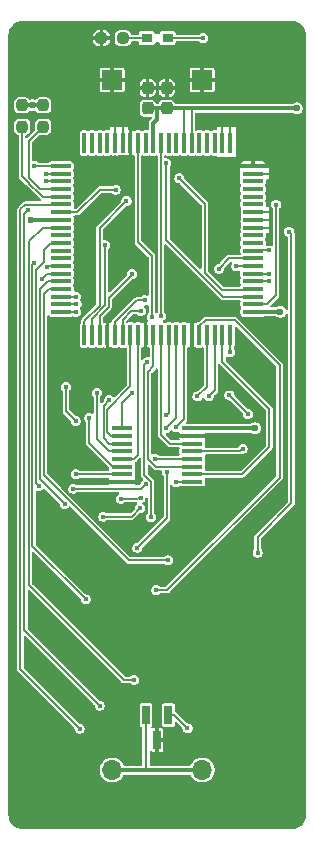
<source format=gbr>
G04 #@! TF.GenerationSoftware,KiCad,Pcbnew,9.0.6*
G04 #@! TF.CreationDate,2025-12-15T20:36:39+09:00*
G04 #@! TF.ProjectId,bionic-hd64180s,62696f6e-6963-42d6-9864-363431383073,1*
G04 #@! TF.SameCoordinates,Original*
G04 #@! TF.FileFunction,Copper,L1,Top*
G04 #@! TF.FilePolarity,Positive*
%FSLAX46Y46*%
G04 Gerber Fmt 4.6, Leading zero omitted, Abs format (unit mm)*
G04 Created by KiCad (PCBNEW 9.0.6) date 2025-12-15 20:36:39*
%MOMM*%
%LPD*%
G01*
G04 APERTURE LIST*
G04 Aperture macros list*
%AMRoundRect*
0 Rectangle with rounded corners*
0 $1 Rounding radius*
0 $2 $3 $4 $5 $6 $7 $8 $9 X,Y pos of 4 corners*
0 Add a 4 corners polygon primitive as box body*
4,1,4,$2,$3,$4,$5,$6,$7,$8,$9,$2,$3,0*
0 Add four circle primitives for the rounded corners*
1,1,$1+$1,$2,$3*
1,1,$1+$1,$4,$5*
1,1,$1+$1,$6,$7*
1,1,$1+$1,$8,$9*
0 Add four rect primitives between the rounded corners*
20,1,$1+$1,$2,$3,$4,$5,0*
20,1,$1+$1,$4,$5,$6,$7,0*
20,1,$1+$1,$6,$7,$8,$9,0*
20,1,$1+$1,$8,$9,$2,$3,0*%
G04 Aperture macros list end*
G04 #@! TA.AperFunction,SMDPad,CuDef*
%ADD10RoundRect,0.237500X-0.237500X0.250000X-0.237500X-0.250000X0.237500X-0.250000X0.237500X0.250000X0*%
G04 #@! TD*
G04 #@! TA.AperFunction,SMDPad,CuDef*
%ADD11R,1.778000X0.355600*%
G04 #@! TD*
G04 #@! TA.AperFunction,SMDPad,CuDef*
%ADD12R,0.965200X0.762000*%
G04 #@! TD*
G04 #@! TA.AperFunction,SMDPad,CuDef*
%ADD13RoundRect,0.100000X-0.775000X-0.100000X0.775000X-0.100000X0.775000X0.100000X-0.775000X0.100000X0*%
G04 #@! TD*
G04 #@! TA.AperFunction,SMDPad,CuDef*
%ADD14RoundRect,0.100000X-0.100000X-0.775000X0.100000X-0.775000X0.100000X0.775000X-0.100000X0.775000X0*%
G04 #@! TD*
G04 #@! TA.AperFunction,SMDPad,CuDef*
%ADD15RoundRect,0.237500X0.250000X0.237500X-0.250000X0.237500X-0.250000X-0.237500X0.250000X-0.237500X0*%
G04 #@! TD*
G04 #@! TA.AperFunction,SMDPad,CuDef*
%ADD16R,0.660400X1.625600*%
G04 #@! TD*
G04 #@! TA.AperFunction,SMDPad,CuDef*
%ADD17RoundRect,0.237500X0.237500X-0.300000X0.237500X0.300000X-0.237500X0.300000X-0.237500X-0.300000X0*%
G04 #@! TD*
G04 #@! TA.AperFunction,ComponentPad*
%ADD18O,1.700000X1.700000*%
G04 #@! TD*
G04 #@! TA.AperFunction,ComponentPad*
%ADD19R,1.700000X1.700000*%
G04 #@! TD*
G04 #@! TA.AperFunction,ViaPad*
%ADD20C,0.450000*%
G04 #@! TD*
G04 #@! TA.AperFunction,ViaPad*
%ADD21C,0.600000*%
G04 #@! TD*
G04 #@! TA.AperFunction,Conductor*
%ADD22C,0.150000*%
G04 #@! TD*
G04 #@! TA.AperFunction,Conductor*
%ADD23C,0.365000*%
G04 #@! TD*
G04 #@! TA.AperFunction,Conductor*
%ADD24C,0.200000*%
G04 #@! TD*
G04 APERTURE END LIST*
D10*
X102270000Y-77215500D03*
X102270000Y-79040500D03*
D11*
X110728200Y-104555001D03*
X110728200Y-105204999D03*
X110728200Y-105855001D03*
X110728200Y-106504999D03*
X110728200Y-107154998D03*
X110728200Y-107804999D03*
X110728200Y-108454998D03*
X110728200Y-109104999D03*
X116671800Y-109104999D03*
X116671800Y-108455001D03*
X116671800Y-107804999D03*
X116671800Y-107155001D03*
X116671800Y-106505002D03*
X116671800Y-105855001D03*
X116671800Y-105205002D03*
X116671800Y-104555001D03*
D12*
X112823700Y-71524000D03*
X114576300Y-71524000D03*
D13*
X105575000Y-82364000D03*
X105575000Y-83014000D03*
X105575000Y-83664000D03*
X105575000Y-84314000D03*
X105575000Y-84964000D03*
X105575000Y-85614000D03*
X105575000Y-86264000D03*
X105575000Y-86914000D03*
X105575000Y-87564000D03*
X105575000Y-88214000D03*
X105575000Y-88864000D03*
X105575000Y-89514000D03*
X105575000Y-90164000D03*
X105575000Y-90814000D03*
X105575000Y-91464000D03*
X105575000Y-92114000D03*
X105575000Y-92764000D03*
X105575000Y-93414000D03*
X105575000Y-94064000D03*
X105575000Y-94714000D03*
D14*
X107525000Y-96664000D03*
X108175000Y-96664000D03*
X108825000Y-96664000D03*
X109475000Y-96664000D03*
X110125000Y-96664000D03*
X110775000Y-96664000D03*
X111425000Y-96664000D03*
X112075000Y-96664000D03*
X112725000Y-96664000D03*
X113375000Y-96664000D03*
X114025000Y-96664000D03*
X114675000Y-96664000D03*
X115325000Y-96664000D03*
X115975000Y-96664000D03*
X116625000Y-96664000D03*
X117275000Y-96664000D03*
X117925000Y-96664000D03*
X118575000Y-96664000D03*
X119225000Y-96664000D03*
X119875000Y-96664000D03*
D13*
X121825000Y-94714000D03*
X121825000Y-94064000D03*
X121825000Y-93414000D03*
X121825000Y-92764000D03*
X121825000Y-92114000D03*
X121825000Y-91464000D03*
X121825000Y-90814000D03*
X121825000Y-90164000D03*
X121825000Y-89514000D03*
X121825000Y-88864000D03*
X121825000Y-88214000D03*
X121825000Y-87564000D03*
X121825000Y-86914000D03*
X121825000Y-86264000D03*
X121825000Y-85614000D03*
X121825000Y-84964000D03*
X121825000Y-84314000D03*
X121825000Y-83664000D03*
X121825000Y-83014000D03*
X121825000Y-82364000D03*
D14*
X119875000Y-80414000D03*
X119225000Y-80414000D03*
X118575000Y-80414000D03*
X117925000Y-80414000D03*
X117275000Y-80414000D03*
X116625000Y-80414000D03*
X115975000Y-80414000D03*
X115325000Y-80414000D03*
X114675000Y-80414000D03*
X114025000Y-80414000D03*
X113375000Y-80414000D03*
X112725000Y-80414000D03*
X112075000Y-80414000D03*
X111425000Y-80414000D03*
X110775000Y-80414000D03*
X110125000Y-80414000D03*
X109475000Y-80414000D03*
X108825000Y-80414000D03*
X108175000Y-80414000D03*
X107525000Y-80414000D03*
D10*
X104048000Y-77215500D03*
X104048000Y-79040500D03*
D15*
X110802500Y-71524000D03*
X108977500Y-71524000D03*
D16*
X114650001Y-128828000D03*
X112749999Y-128828000D03*
X113700000Y-130960000D03*
D17*
X112887200Y-77466500D03*
X112887200Y-75741500D03*
X114512800Y-77466500D03*
X114512800Y-75741500D03*
D18*
X117510000Y-133500000D03*
D19*
X117510000Y-75080000D03*
X109890000Y-75080000D03*
D18*
X109890000Y-133500000D03*
D20*
X117611600Y-71524000D03*
D21*
X103022800Y-86916400D03*
X103159000Y-77213600D03*
X125536400Y-77467600D03*
X121996600Y-104555001D03*
X124139400Y-94714200D03*
D20*
X107883400Y-87602200D03*
X107883400Y-82725400D03*
X109483600Y-98371800D03*
X122132800Y-80185400D03*
D21*
X122234400Y-105737800D03*
D20*
X112734800Y-98067000D03*
X109229600Y-107846000D03*
X113369800Y-82192000D03*
D21*
X105241800Y-106423600D03*
X119465800Y-105687000D03*
D20*
X112430000Y-95298400D03*
X107883400Y-91844000D03*
X119364200Y-94714200D03*
X113471400Y-105941000D03*
D21*
X103311400Y-132331600D03*
D20*
X114475000Y-103470000D03*
X118919700Y-91043900D03*
X103311400Y-82369800D03*
X108823200Y-128039000D03*
X102752600Y-86103600D03*
X114475000Y-104544000D03*
X123199674Y-92101680D03*
X113522899Y-107134101D03*
X123758400Y-85621000D03*
X123148800Y-89507200D03*
X107146800Y-129994800D03*
X114475000Y-82141200D03*
X106816600Y-108455600D03*
X112289925Y-110427629D03*
X110623900Y-110521400D03*
X115300200Y-109105000D03*
X103278800Y-90602393D03*
X107654800Y-119047400D03*
X104251200Y-83639800D03*
X120405600Y-90828000D03*
X115579600Y-83393000D03*
X108594600Y-101546800D03*
X112023600Y-114678600D03*
X114512800Y-108255000D03*
X115287500Y-104455100D03*
X113623800Y-118260000D03*
X123187599Y-91501799D03*
X104251200Y-83014000D03*
X116265000Y-129969000D03*
X121389000Y-103350200D03*
X111591800Y-101597600D03*
X119821400Y-101775400D03*
X112245952Y-111319552D03*
X105876800Y-110970200D03*
X109128000Y-112037000D03*
X114025000Y-95062600D03*
X114614400Y-115745400D03*
X109280400Y-89075400D03*
X112868000Y-98975200D03*
X113179600Y-112087800D03*
X113235800Y-95157100D03*
X105978400Y-101038800D03*
X103921000Y-91920200D03*
X106806000Y-103942900D03*
X112658600Y-93723600D03*
X122209000Y-115085000D03*
X110194800Y-84351000D03*
X124860500Y-87907000D03*
X106842000Y-94714200D03*
X111555000Y-91503900D03*
X112328400Y-94630800D03*
X112729600Y-109269099D03*
X103692400Y-109446200D03*
X106588000Y-109674800D03*
X106867400Y-94053800D03*
X104378200Y-90904200D03*
X111100400Y-85307400D03*
X106816600Y-93418800D03*
X111744200Y-125854600D03*
X117109404Y-101869800D03*
X109648001Y-102168401D03*
X107968700Y-103695200D03*
X118068800Y-101869800D03*
X120931800Y-106296600D03*
X119875000Y-98117800D03*
D22*
X123187000Y-87564000D02*
X123199600Y-87551400D01*
X121825000Y-87564000D02*
X123187000Y-87564000D01*
X121825000Y-86914000D02*
X123227400Y-86914000D01*
X123242400Y-86264000D02*
X123250400Y-86256000D01*
X121825000Y-86264000D02*
X123242400Y-86264000D01*
X123317400Y-83014000D02*
X123326600Y-83004800D01*
X121825000Y-83014000D02*
X123317400Y-83014000D01*
X119875000Y-80414000D02*
X119875000Y-78969000D01*
X119225000Y-78954000D02*
X119211800Y-78940800D01*
X119225000Y-80414000D02*
X119225000Y-78954000D01*
X110775000Y-78962200D02*
X110753600Y-78940800D01*
X110775000Y-80414000D02*
X110775000Y-78962200D01*
X110125000Y-80414000D02*
X110125000Y-78947200D01*
D23*
X112760200Y-133500000D02*
X117510000Y-133500000D01*
D22*
X117611600Y-71524000D02*
X114576300Y-71524000D01*
D23*
X112749999Y-133489799D02*
X112760200Y-133500000D01*
X113675000Y-78458200D02*
X113675000Y-77517300D01*
X121996600Y-104555001D02*
X116671800Y-104555001D01*
X124139200Y-94714000D02*
X124139400Y-94714200D01*
X114512800Y-77466500D02*
X113623800Y-77466500D01*
X113623800Y-77466500D02*
X112887200Y-77466500D01*
X125535300Y-77466500D02*
X116621000Y-77466500D01*
D22*
X115975000Y-80414000D02*
X115975000Y-77466500D01*
D23*
X103022800Y-86916400D02*
X105572600Y-86916400D01*
D24*
X112749999Y-128828000D02*
X112749999Y-133489799D01*
D23*
X125536400Y-77467600D02*
X125535300Y-77466500D01*
X113375000Y-78757800D02*
X113675000Y-78458200D01*
X109890000Y-133500000D02*
X112760200Y-133500000D01*
X113375000Y-80414000D02*
X113375000Y-78757800D01*
X116621000Y-77466500D02*
X114512800Y-77466500D01*
X121825000Y-94714000D02*
X124139200Y-94714000D01*
X105572600Y-86916400D02*
X105575000Y-86914000D01*
X104048000Y-77215500D02*
X102270000Y-77215500D01*
X116671800Y-104555000D02*
X116672000Y-104555000D01*
D22*
X116625000Y-80414000D02*
X116625000Y-77470500D01*
D23*
X116625000Y-77470500D02*
X116621000Y-77466500D01*
D22*
X110802000Y-71524000D02*
X112824000Y-71524000D01*
X114475000Y-103470000D02*
X114675000Y-103270000D01*
X114675000Y-103270000D02*
X114675000Y-96664000D01*
X119799600Y-90164000D02*
X121825000Y-90164000D01*
X118919700Y-91043900D02*
X119799600Y-90164000D01*
X103647400Y-82364000D02*
X105575000Y-82364000D01*
X103641600Y-82369800D02*
X103647400Y-82364000D01*
X102447800Y-121663600D02*
X108823200Y-128039000D01*
X102447800Y-86408400D02*
X102447800Y-121663600D01*
X102752600Y-86103600D02*
X102447800Y-86408400D01*
X103311400Y-82369800D02*
X103641600Y-82369800D01*
X115325600Y-103693400D02*
X114475000Y-104544000D01*
X115325000Y-96664000D02*
X115325600Y-96664600D01*
X115325600Y-96664600D02*
X115325600Y-103693400D01*
X121837320Y-92101680D02*
X121825000Y-92114000D01*
X123199674Y-92101680D02*
X121837320Y-92101680D01*
X115303300Y-107155000D02*
X116671800Y-107155000D01*
X113522899Y-107134101D02*
X113548998Y-107160200D01*
X113548998Y-107160200D02*
X115298100Y-107160200D01*
X115298100Y-107160200D02*
X115303300Y-107155000D01*
X123758400Y-85621000D02*
X123758400Y-93317200D01*
X123758400Y-93317200D02*
X123011600Y-94064000D01*
X123011600Y-94064000D02*
X121825000Y-94064000D01*
X123148800Y-89507200D02*
X122575800Y-89507200D01*
X122575800Y-89507200D02*
X122569000Y-89514000D01*
X122569000Y-89514000D02*
X121825000Y-89514000D01*
X105575000Y-85614000D02*
X105568000Y-85621000D01*
X102117600Y-86027400D02*
X102117600Y-124965600D01*
X105568000Y-85621000D02*
X102524000Y-85621000D01*
X102117600Y-124965600D02*
X107146800Y-129994800D01*
X102524000Y-85621000D02*
X102117600Y-86027400D01*
X114475000Y-82141200D02*
X114475000Y-88605800D01*
X119283200Y-93414000D02*
X121825000Y-93414000D01*
X114475000Y-88605800D02*
X119283200Y-93414000D01*
X108636500Y-108455000D02*
X110728200Y-108455000D01*
X108635900Y-108455600D02*
X108636500Y-108455000D01*
X106816600Y-108455600D02*
X108635900Y-108455600D01*
X111600200Y-110521400D02*
X110623900Y-110521400D01*
X112289925Y-110427629D02*
X112088699Y-110427629D01*
X112088699Y-110427629D02*
X111993928Y-110522400D01*
X111633200Y-110522400D02*
X111617200Y-110538400D01*
X115300200Y-109105000D02*
X116671800Y-109105000D01*
X111617200Y-110538400D02*
X111600200Y-110521400D01*
X111993928Y-110522400D02*
X111633200Y-110522400D01*
X103133600Y-90747594D02*
X103278800Y-90602393D01*
X107654800Y-119047400D02*
X103133600Y-114526200D01*
X104251200Y-83639800D02*
X104276600Y-83665200D01*
X103133600Y-114526200D02*
X103133600Y-90747594D01*
X104886100Y-83665200D02*
X104887300Y-83664000D01*
X104887300Y-83664000D02*
X105575000Y-83664000D01*
X104276600Y-83665200D02*
X104886100Y-83665200D01*
X121123400Y-90828000D02*
X121137400Y-90814000D01*
X120405600Y-90828000D02*
X121123400Y-90828000D01*
X121137400Y-90814000D02*
X121825000Y-90814000D01*
X115579600Y-83393000D02*
X115586800Y-83393000D01*
X117743800Y-85550000D02*
X117743800Y-91392000D01*
X121750200Y-92838800D02*
X121825000Y-92764000D01*
X119190600Y-92838800D02*
X121750200Y-92838800D01*
X115586800Y-83393000D02*
X117743800Y-85550000D01*
X117743800Y-91392000D02*
X119190600Y-92838800D01*
X109612500Y-106505000D02*
X110728200Y-106505000D01*
X108594600Y-105487100D02*
X109612500Y-106505000D01*
X108594600Y-101546800D02*
X108594600Y-105487100D01*
X115287500Y-104455100D02*
X115294500Y-104455100D01*
X115294500Y-104455100D02*
X115975000Y-103774600D01*
X114512800Y-112189400D02*
X114512800Y-108255000D01*
X112023600Y-114678600D02*
X114512800Y-112189400D01*
X115975000Y-103774600D02*
X115975000Y-96664000D01*
X117794100Y-95425400D02*
X117275000Y-95944500D01*
X117275000Y-95944500D02*
X117275000Y-96664000D01*
X124063200Y-108735000D02*
X124063200Y-99210000D01*
X124063200Y-99210000D02*
X120278600Y-95425400D01*
X114538200Y-118260000D02*
X124063200Y-108735000D01*
X120278600Y-95425400D02*
X117794100Y-95425400D01*
X113623800Y-118260000D02*
X114538200Y-118260000D01*
X122687700Y-91464000D02*
X121825000Y-91464000D01*
X123187599Y-91501799D02*
X122725499Y-91501799D01*
X122725499Y-91501799D02*
X122687700Y-91464000D01*
X104251200Y-83014000D02*
X105575000Y-83014000D01*
X114650000Y-128828000D02*
X115124000Y-128828000D01*
X115124000Y-128828000D02*
X116265000Y-129969000D01*
X110728200Y-102461200D02*
X110728200Y-104555001D01*
X111591800Y-101597600D02*
X110728200Y-102461200D01*
X121389000Y-103343000D02*
X121389000Y-103350200D01*
X119821400Y-101775400D02*
X121389000Y-103343000D01*
X112245952Y-111319552D02*
X111528504Y-112037000D01*
X103794000Y-92758400D02*
X104438400Y-92114000D01*
X104438400Y-92114000D02*
X105575000Y-92114000D01*
X111528504Y-112037000D02*
X109128000Y-112037000D01*
X103794000Y-108887400D02*
X103794000Y-92758400D01*
X105876800Y-110970200D02*
X103794000Y-108887400D01*
X114025000Y-95062600D02*
X114025000Y-80414000D01*
X104124200Y-108557200D02*
X111312400Y-115745400D01*
X111312400Y-115745400D02*
X114614400Y-115745400D01*
X105575000Y-92764000D02*
X104525000Y-92764000D01*
X104124200Y-93164800D02*
X104124200Y-108557200D01*
X104525000Y-92764000D02*
X104124200Y-93164800D01*
X109280400Y-89075400D02*
X109280400Y-94161522D01*
X108162800Y-95279122D02*
X108162800Y-96651800D01*
X108162800Y-96651800D02*
X108175000Y-96664000D01*
X109280400Y-94161522D02*
X108162800Y-95279122D01*
X113179600Y-109078200D02*
X112619100Y-108517700D01*
X113242800Y-89939000D02*
X112075000Y-88771200D01*
X112619100Y-108517700D02*
X112619100Y-99224100D01*
X113179600Y-112087800D02*
X113179600Y-109078200D01*
X113242800Y-95150100D02*
X113242800Y-89939000D01*
X113235800Y-95157100D02*
X113242800Y-95150100D01*
X112075000Y-88771200D02*
X112075000Y-80414000D01*
X112619100Y-99224100D02*
X112868000Y-98975200D01*
X104377200Y-91464000D02*
X105575000Y-91464000D01*
X105978400Y-101038800D02*
X105978400Y-103115300D01*
X103921000Y-91920200D02*
X104377200Y-91464000D01*
X105978400Y-103115300D02*
X106806000Y-103942900D01*
X111985500Y-93723600D02*
X110125000Y-95584100D01*
X110125000Y-95584100D02*
X110125000Y-96664000D01*
X112658600Y-93723600D02*
X111985500Y-93723600D01*
X125053800Y-110919400D02*
X125053800Y-88100300D01*
X108823200Y-84351000D02*
X106910200Y-86264000D01*
X125053800Y-88100300D02*
X124860500Y-87907000D01*
X122209000Y-113764200D02*
X125053800Y-110919400D01*
X110194800Y-84351000D02*
X108823200Y-84351000D01*
X106910200Y-86264000D02*
X105575000Y-86264000D01*
X122209000Y-115085000D02*
X122209000Y-113764200D01*
X105575000Y-94714000D02*
X106841800Y-94714000D01*
X106841800Y-94714000D02*
X106842000Y-94714200D01*
X108825000Y-96664000D02*
X108825000Y-95042600D01*
X111555000Y-91576000D02*
X111555000Y-91503900D01*
X109581400Y-94286200D02*
X109581400Y-93549600D01*
X109581400Y-93549600D02*
X111555000Y-91576000D01*
X108825000Y-95042600D02*
X109581400Y-94286200D01*
X111503978Y-94630800D02*
X110775000Y-95359778D01*
X110775000Y-95359778D02*
X110775000Y-96664000D01*
X112328400Y-94630800D02*
X111503978Y-94630800D01*
X112323899Y-109674800D02*
X112729600Y-109269099D01*
X103434600Y-109188400D02*
X103434600Y-108942000D01*
X103434600Y-108942000D02*
X103438400Y-108938200D01*
X103438400Y-108938200D02*
X103438400Y-91183600D01*
X106588000Y-109674800D02*
X112323899Y-109674800D01*
X104742000Y-88864000D02*
X105575000Y-88864000D01*
X104098800Y-90523200D02*
X104098800Y-89507200D01*
X103692400Y-109446200D02*
X103434600Y-109188400D01*
X103438400Y-91183600D02*
X104098800Y-90523200D01*
X104098800Y-89507200D02*
X104742000Y-88864000D01*
X106867400Y-94053800D02*
X105585200Y-94053800D01*
X105585200Y-94053800D02*
X105575000Y-94064000D01*
X104479800Y-90802600D02*
X105563600Y-90802600D01*
X105563600Y-90802600D02*
X105575000Y-90814000D01*
X104378200Y-90904200D02*
X104479800Y-90802600D01*
X107527800Y-95476200D02*
X107527800Y-96661200D01*
X108823200Y-94180800D02*
X107527800Y-95476200D01*
X111100400Y-85307400D02*
X108823200Y-87584600D01*
X107527800Y-96661200D02*
X107525000Y-96664000D01*
X108823200Y-87584600D02*
X108823200Y-94180800D01*
X105579800Y-93418800D02*
X105575000Y-93414000D01*
X106816600Y-93418800D02*
X105579800Y-93418800D01*
X102828800Y-117802800D02*
X102828800Y-88745200D01*
X111744200Y-125854600D02*
X110880600Y-125854600D01*
X110880600Y-125854600D02*
X102828800Y-117802800D01*
X102828800Y-88745200D02*
X104010000Y-87564000D01*
X104010000Y-87564000D02*
X105575000Y-87564000D01*
X103782400Y-84314000D02*
X105575000Y-84314000D01*
X103184400Y-79906000D02*
X102828800Y-80261600D01*
X103184400Y-79904100D02*
X103184400Y-79906000D01*
X102828800Y-80261600D02*
X102828800Y-83341122D01*
X104048000Y-79040500D02*
X103184400Y-79904100D01*
X103184400Y-83716000D02*
X103782400Y-84314000D01*
X103184400Y-83696722D02*
X103184400Y-83716000D01*
X102828800Y-83341122D02*
X103184400Y-83696722D01*
X104026000Y-84964000D02*
X105575000Y-84964000D01*
X102270000Y-83208000D02*
X102883400Y-83821400D01*
X103677000Y-84615000D02*
X104026000Y-84964000D01*
X102270000Y-79040500D02*
X102270000Y-83208000D01*
X103657722Y-84615000D02*
X103677000Y-84615000D01*
X102883400Y-83840678D02*
X103657722Y-84615000D01*
X102883400Y-83821400D02*
X102883400Y-83840678D01*
X113375000Y-99331800D02*
X112920800Y-99786000D01*
X112920800Y-99786000D02*
X112920800Y-107168400D01*
X113557400Y-107805000D02*
X116671800Y-107805000D01*
X113375000Y-96664000D02*
X113375000Y-99331800D01*
X112920800Y-107168400D02*
X113557400Y-107805000D01*
X109612500Y-105855000D02*
X110728200Y-105855000D01*
X117109404Y-101869800D02*
X117925000Y-101054204D01*
X109158300Y-102658102D02*
X109158300Y-105400800D01*
X109648001Y-102168401D02*
X109158300Y-102658102D01*
X109158300Y-105400800D02*
X109612500Y-105855000D01*
X117925000Y-101054204D02*
X117925000Y-96664000D01*
X107968700Y-105823100D02*
X107968700Y-103695200D01*
X118575000Y-101345400D02*
X118575000Y-96664000D01*
X109950600Y-107805000D02*
X107968700Y-105823100D01*
X110728200Y-107805000D02*
X109950600Y-107805000D01*
X118068800Y-101869800D02*
X118068800Y-101851600D01*
X118068800Y-101851600D02*
X118575000Y-101345400D01*
X114782400Y-105855000D02*
X114025000Y-105097600D01*
X116671800Y-105855000D02*
X114782400Y-105855000D01*
X114025000Y-105097600D02*
X114025000Y-96664000D01*
X109459300Y-102993500D02*
X109459300Y-104874200D01*
X111439400Y-101013400D02*
X109459300Y-102993500D01*
X109459300Y-104874200D02*
X109790099Y-105204999D01*
X111439400Y-96678400D02*
X111439400Y-101013400D01*
X109790099Y-105204999D02*
X110728200Y-105204999D01*
X111425000Y-96664000D02*
X111439400Y-96678400D01*
X119875000Y-98117800D02*
X119875000Y-96664000D01*
X120723400Y-106505000D02*
X116671800Y-106505000D01*
X120931800Y-106296600D02*
X120723400Y-106505000D01*
X120863400Y-108455000D02*
X116671800Y-108455000D01*
X119225000Y-96664000D02*
X119225000Y-98918400D01*
X123195400Y-102888800D02*
X123195400Y-106123000D01*
X119225000Y-98918400D02*
X123195400Y-102888800D01*
X123195400Y-106123000D02*
X120863400Y-108455000D01*
X111724000Y-107155000D02*
X112074400Y-106804600D01*
X112074400Y-96664600D02*
X112075000Y-96664000D01*
X112074400Y-106804600D02*
X112074400Y-96664600D01*
X110728200Y-107155000D02*
X111724000Y-107155000D01*
G04 #@! TA.AperFunction,Conductor*
G36*
X113695445Y-99497712D02*
G01*
X113738710Y-99540977D01*
X113749500Y-99585922D01*
X113749500Y-105152399D01*
X113787749Y-105244740D01*
X113787749Y-105244742D01*
X113791442Y-105253657D01*
X113791443Y-105253658D01*
X114626341Y-106088557D01*
X114655995Y-106100839D01*
X114655997Y-106100841D01*
X114655998Y-106100841D01*
X114680971Y-106111185D01*
X114727600Y-106130500D01*
X115496867Y-106130500D01*
X115555058Y-106149407D01*
X115591022Y-106198907D01*
X115593964Y-106248815D01*
X115582301Y-106307443D01*
X115582300Y-106307453D01*
X115582300Y-106307454D01*
X115582300Y-106702550D01*
X115593933Y-106761033D01*
X115593934Y-106761034D01*
X115593964Y-106761185D01*
X115586773Y-106821946D01*
X115545241Y-106866877D01*
X115496866Y-106879500D01*
X115248498Y-106879500D01*
X115238935Y-106881402D01*
X115238702Y-106880234D01*
X115216253Y-106884700D01*
X113916253Y-106884700D01*
X113858062Y-106865793D01*
X113846255Y-106855709D01*
X113784162Y-106793616D01*
X113783310Y-106793124D01*
X113687139Y-106737599D01*
X113687141Y-106737599D01*
X113629296Y-106722100D01*
X113578917Y-106708601D01*
X113466881Y-106708601D01*
X113374202Y-106733434D01*
X113358658Y-106737599D01*
X113344799Y-106745601D01*
X113284950Y-106758322D01*
X113229055Y-106733434D01*
X113198463Y-106680446D01*
X113196300Y-106659864D01*
X113196300Y-99941122D01*
X113215207Y-99882931D01*
X113225289Y-99871125D01*
X113580499Y-99515915D01*
X113635013Y-99488141D01*
X113695445Y-99497712D01*
G37*
G04 #@! TD.AperFunction*
G04 #@! TA.AperFunction,Conductor*
G36*
X112892611Y-94115934D02*
G01*
X112907854Y-94117415D01*
X112919861Y-94128056D01*
X112934522Y-94134579D01*
X112942183Y-94147839D01*
X112953644Y-94157997D01*
X112957103Y-94173665D01*
X112965130Y-94187558D01*
X112967300Y-94208170D01*
X112967300Y-94782844D01*
X112948393Y-94841035D01*
X112938304Y-94852847D01*
X112895362Y-94895789D01*
X112895360Y-94895791D01*
X112895315Y-94895837D01*
X112842818Y-94986764D01*
X112839297Y-94992861D01*
X112831620Y-95021514D01*
X112810300Y-95101082D01*
X112810300Y-95213118D01*
X112823209Y-95261294D01*
X112839298Y-95321341D01*
X112880808Y-95393237D01*
X112895315Y-95418363D01*
X112902149Y-95425197D01*
X112929925Y-95479712D01*
X112920354Y-95540144D01*
X112897990Y-95569126D01*
X112875000Y-95589603D01*
X112875000Y-97738394D01*
X112894874Y-97736090D01*
X112960512Y-97707108D01*
X113021381Y-97700900D01*
X113074275Y-97731656D01*
X113098989Y-97787628D01*
X113099500Y-97797673D01*
X113099500Y-98467701D01*
X113080593Y-98525892D01*
X113031093Y-98561856D01*
X112974878Y-98563327D01*
X112924018Y-98549700D01*
X112811982Y-98549700D01*
X112757195Y-98564380D01*
X112703758Y-98578698D01*
X112606739Y-98634713D01*
X112527512Y-98713940D01*
X112527443Y-98714031D01*
X112527375Y-98714077D01*
X112522927Y-98718526D01*
X112522102Y-98717701D01*
X112477019Y-98748688D01*
X112415854Y-98747087D01*
X112367312Y-98709840D01*
X112349900Y-98653765D01*
X112349900Y-97797408D01*
X112368807Y-97739217D01*
X112418307Y-97703253D01*
X112479493Y-97703253D01*
X112488888Y-97706844D01*
X112555120Y-97736088D01*
X112555125Y-97736090D01*
X112575000Y-97738394D01*
X112575000Y-95589604D01*
X112574999Y-95589603D01*
X112555127Y-95591909D01*
X112444130Y-95640919D01*
X112443057Y-95638489D01*
X112397691Y-95651845D01*
X112356988Y-95638617D01*
X112356157Y-95640500D01*
X112347766Y-95636795D01*
X112347765Y-95636794D01*
X112244991Y-95591415D01*
X112244990Y-95591414D01*
X112244988Y-95591414D01*
X112219868Y-95588500D01*
X111930140Y-95588500D01*
X111930135Y-95588501D01*
X111905009Y-95591414D01*
X111838293Y-95620873D01*
X111802235Y-95636794D01*
X111802234Y-95636794D01*
X111793843Y-95640500D01*
X111792794Y-95638126D01*
X111747243Y-95651537D01*
X111707050Y-95638477D01*
X111706157Y-95640500D01*
X111697766Y-95636795D01*
X111697765Y-95636794D01*
X111594991Y-95591415D01*
X111594990Y-95591414D01*
X111594988Y-95591414D01*
X111569868Y-95588500D01*
X111280140Y-95588500D01*
X111280135Y-95588501D01*
X111255009Y-95591414D01*
X111189488Y-95620345D01*
X111184306Y-95620873D01*
X111180093Y-95623935D01*
X111154288Y-95623935D01*
X111128618Y-95626553D01*
X111124116Y-95623935D01*
X111118907Y-95623935D01*
X111098029Y-95608766D01*
X111075725Y-95595797D01*
X111073621Y-95591033D01*
X111069407Y-95587971D01*
X111061431Y-95563425D01*
X111051011Y-95539824D01*
X111050500Y-95529780D01*
X111050500Y-95514901D01*
X111069407Y-95456710D01*
X111079496Y-95444897D01*
X111589098Y-94935296D01*
X111643615Y-94907519D01*
X111659102Y-94906300D01*
X111961144Y-94906300D01*
X112019335Y-94925207D01*
X112031147Y-94935296D01*
X112067137Y-94971285D01*
X112164159Y-95027301D01*
X112164157Y-95027301D01*
X112164161Y-95027302D01*
X112164163Y-95027303D01*
X112272382Y-95056300D01*
X112272384Y-95056300D01*
X112384416Y-95056300D01*
X112384418Y-95056300D01*
X112492637Y-95027303D01*
X112492639Y-95027301D01*
X112492641Y-95027301D01*
X112528527Y-95006582D01*
X112589663Y-94971285D01*
X112668885Y-94892063D01*
X112724903Y-94795037D01*
X112753900Y-94686818D01*
X112753900Y-94574782D01*
X112724903Y-94466563D01*
X112724901Y-94466560D01*
X112724901Y-94466558D01*
X112668886Y-94369539D01*
X112668885Y-94369537D01*
X112617449Y-94318101D01*
X112589674Y-94263587D01*
X112599245Y-94203155D01*
X112642510Y-94159890D01*
X112666110Y-94151428D01*
X112676654Y-94149100D01*
X112714618Y-94149100D01*
X112822837Y-94120103D01*
X112832035Y-94114792D01*
X112846955Y-94111498D01*
X112862925Y-94113049D01*
X112878619Y-94109709D01*
X112892611Y-94115934D01*
G37*
G04 #@! TD.AperFunction*
G04 #@! TA.AperFunction,Conductor*
G36*
X113092948Y-81439526D02*
G01*
X113093843Y-81437500D01*
X113102233Y-81441204D01*
X113102235Y-81441206D01*
X113205009Y-81486585D01*
X113230135Y-81489500D01*
X113519864Y-81489499D01*
X113544991Y-81486585D01*
X113610511Y-81457654D01*
X113671381Y-81451446D01*
X113724275Y-81482202D01*
X113748989Y-81538174D01*
X113749500Y-81548219D01*
X113749500Y-94695344D01*
X113747031Y-94702941D01*
X113748281Y-94710831D01*
X113737756Y-94731486D01*
X113730593Y-94753535D01*
X113720505Y-94765347D01*
X113687304Y-94798548D01*
X113632787Y-94826325D01*
X113572355Y-94816754D01*
X113529090Y-94773489D01*
X113518300Y-94728544D01*
X113518300Y-89884202D01*
X113518300Y-89884200D01*
X113503175Y-89847685D01*
X113476358Y-89782942D01*
X112379496Y-88686080D01*
X112351719Y-88631563D01*
X112350500Y-88616076D01*
X112350500Y-81548219D01*
X112369407Y-81490028D01*
X112418907Y-81454064D01*
X112480093Y-81454064D01*
X112489475Y-81457649D01*
X112555009Y-81486585D01*
X112580135Y-81489500D01*
X112869864Y-81489499D01*
X112894991Y-81486585D01*
X112997765Y-81441206D01*
X112997766Y-81441204D01*
X113006157Y-81437500D01*
X113007205Y-81439875D01*
X113052739Y-81426462D01*
X113092948Y-81439526D01*
G37*
G04 #@! TD.AperFunction*
G04 #@! TA.AperFunction,Conductor*
G36*
X125134309Y-70100877D02*
G01*
X125324457Y-70117512D01*
X125341437Y-70120505D01*
X125521635Y-70168789D01*
X125537839Y-70174687D01*
X125706902Y-70253523D01*
X125721842Y-70262149D01*
X125874641Y-70369140D01*
X125887861Y-70380232D01*
X126019767Y-70512138D01*
X126030859Y-70525358D01*
X126137850Y-70678157D01*
X126146477Y-70693100D01*
X126220467Y-70851771D01*
X126225308Y-70862151D01*
X126231211Y-70878368D01*
X126279492Y-71058555D01*
X126282488Y-71075550D01*
X126299123Y-71265690D01*
X126299500Y-71274318D01*
X126299500Y-137305681D01*
X126299123Y-137314309D01*
X126282488Y-137504449D01*
X126279492Y-137521444D01*
X126231211Y-137701631D01*
X126225308Y-137717848D01*
X126146478Y-137886898D01*
X126137850Y-137901842D01*
X126030859Y-138054641D01*
X126019767Y-138067861D01*
X125887861Y-138199767D01*
X125874641Y-138210859D01*
X125721842Y-138317850D01*
X125706898Y-138326478D01*
X125537848Y-138405308D01*
X125521631Y-138411211D01*
X125341444Y-138459492D01*
X125324449Y-138462488D01*
X125134309Y-138479123D01*
X125125681Y-138479500D01*
X102274319Y-138479500D01*
X102265691Y-138479123D01*
X102075550Y-138462488D01*
X102058555Y-138459492D01*
X101878368Y-138411211D01*
X101862154Y-138405309D01*
X101693100Y-138326477D01*
X101678157Y-138317850D01*
X101525358Y-138210859D01*
X101512138Y-138199767D01*
X101380232Y-138067861D01*
X101369140Y-138054641D01*
X101262149Y-137901842D01*
X101253523Y-137886902D01*
X101174687Y-137717839D01*
X101168788Y-137701631D01*
X101149843Y-137630926D01*
X101120505Y-137521437D01*
X101117512Y-137504457D01*
X101100877Y-137314309D01*
X101100500Y-137305681D01*
X101100500Y-133396532D01*
X108839500Y-133396532D01*
X108839500Y-133603467D01*
X108879869Y-133806418D01*
X108959058Y-133997597D01*
X108959059Y-133997598D01*
X109074023Y-134169655D01*
X109220345Y-134315977D01*
X109392402Y-134430941D01*
X109583580Y-134510130D01*
X109786535Y-134550500D01*
X109786536Y-134550500D01*
X109993464Y-134550500D01*
X109993465Y-134550500D01*
X110196420Y-134510130D01*
X110387598Y-134430941D01*
X110559655Y-134315977D01*
X110705977Y-134169655D01*
X110820941Y-133997598D01*
X110843095Y-133944114D01*
X110882832Y-133897589D01*
X110934559Y-133883000D01*
X112709777Y-133883000D01*
X112810622Y-133883000D01*
X116465441Y-133883000D01*
X116523632Y-133901907D01*
X116556905Y-133944114D01*
X116579058Y-133997597D01*
X116579059Y-133997598D01*
X116694023Y-134169655D01*
X116840345Y-134315977D01*
X117012402Y-134430941D01*
X117203580Y-134510130D01*
X117406535Y-134550500D01*
X117406536Y-134550500D01*
X117613464Y-134550500D01*
X117613465Y-134550500D01*
X117816420Y-134510130D01*
X118007598Y-134430941D01*
X118179655Y-134315977D01*
X118325977Y-134169655D01*
X118440941Y-133997598D01*
X118520130Y-133806420D01*
X118560500Y-133603465D01*
X118560500Y-133396535D01*
X118520130Y-133193580D01*
X118440941Y-133002402D01*
X118325977Y-132830345D01*
X118179655Y-132684023D01*
X118007598Y-132569059D01*
X118007599Y-132569059D01*
X118007597Y-132569058D01*
X117816418Y-132489869D01*
X117613467Y-132449500D01*
X117613465Y-132449500D01*
X117406535Y-132449500D01*
X117406532Y-132449500D01*
X117203581Y-132489869D01*
X117012402Y-132569058D01*
X116840348Y-132684020D01*
X116694020Y-132830348D01*
X116579058Y-133002402D01*
X116556905Y-133055886D01*
X116517168Y-133102411D01*
X116465441Y-133117000D01*
X113149499Y-133117000D01*
X113091308Y-133098093D01*
X113055344Y-133048593D01*
X113050499Y-133018000D01*
X113050499Y-131980890D01*
X113069406Y-131922699D01*
X113118906Y-131886735D01*
X113180092Y-131886735D01*
X113219503Y-131910886D01*
X113225610Y-131916993D01*
X113291763Y-131961196D01*
X113350099Y-131972799D01*
X113350103Y-131972800D01*
X113549999Y-131972800D01*
X113550000Y-131972799D01*
X113550000Y-131110001D01*
X113850000Y-131110001D01*
X113850000Y-131972799D01*
X113850001Y-131972800D01*
X114049897Y-131972800D01*
X114049900Y-131972799D01*
X114108236Y-131961196D01*
X114174389Y-131916993D01*
X114174393Y-131916989D01*
X114218596Y-131850836D01*
X114230199Y-131792500D01*
X114230200Y-131792497D01*
X114230200Y-131110001D01*
X114230199Y-131110000D01*
X113850001Y-131110000D01*
X113850000Y-131110001D01*
X113550000Y-131110001D01*
X113550000Y-129947201D01*
X113850000Y-129947201D01*
X113850000Y-130809999D01*
X113850001Y-130810000D01*
X114230199Y-130810000D01*
X114230200Y-130809999D01*
X114230200Y-130127502D01*
X114230199Y-130127499D01*
X114218596Y-130069163D01*
X114178162Y-130008651D01*
X114073606Y-129951915D01*
X114049902Y-129947200D01*
X113850001Y-129947200D01*
X113850000Y-129947201D01*
X113550000Y-129947201D01*
X113549999Y-129947200D01*
X113350096Y-129947200D01*
X113311678Y-129954842D01*
X113250916Y-129947650D01*
X113205987Y-129906116D01*
X113194051Y-129846106D01*
X113219668Y-129790542D01*
X113222365Y-129787737D01*
X113224744Y-129785356D01*
X113224751Y-129785352D01*
X113269066Y-129719031D01*
X113280699Y-129660548D01*
X113280699Y-127995453D01*
X114119301Y-127995453D01*
X114119301Y-129660546D01*
X114119302Y-129660558D01*
X114128687Y-129707737D01*
X114130934Y-129719031D01*
X114175249Y-129785352D01*
X114241570Y-129829667D01*
X114276131Y-129836541D01*
X114276132Y-129836542D01*
X114300045Y-129841299D01*
X114300051Y-129841299D01*
X114300053Y-129841300D01*
X114300054Y-129841300D01*
X114999948Y-129841300D01*
X114999949Y-129841300D01*
X115058432Y-129829667D01*
X115124753Y-129785352D01*
X115169068Y-129719031D01*
X115180701Y-129660548D01*
X115180701Y-129513324D01*
X115199608Y-129455133D01*
X115249108Y-129419169D01*
X115310294Y-129419169D01*
X115349705Y-129443320D01*
X115810504Y-129904119D01*
X115838281Y-129958636D01*
X115839500Y-129974123D01*
X115839500Y-130025018D01*
X115846413Y-130050816D01*
X115868498Y-130133241D01*
X115924513Y-130230260D01*
X115924515Y-130230263D01*
X116003737Y-130309485D01*
X116003739Y-130309486D01*
X116100759Y-130365501D01*
X116100757Y-130365501D01*
X116100761Y-130365502D01*
X116100763Y-130365503D01*
X116208982Y-130394500D01*
X116208984Y-130394500D01*
X116321016Y-130394500D01*
X116321018Y-130394500D01*
X116429237Y-130365503D01*
X116429239Y-130365501D01*
X116429241Y-130365501D01*
X116481576Y-130335285D01*
X116526263Y-130309485D01*
X116605485Y-130230263D01*
X116661503Y-130133237D01*
X116690500Y-130025018D01*
X116690500Y-129912982D01*
X116661503Y-129804763D01*
X116661501Y-129804760D01*
X116661501Y-129804758D01*
X116605486Y-129707739D01*
X116605485Y-129707737D01*
X116526263Y-129628515D01*
X116526260Y-129628513D01*
X116429240Y-129572498D01*
X116429242Y-129572498D01*
X116387251Y-129561247D01*
X116321018Y-129543500D01*
X116321016Y-129543500D01*
X116270124Y-129543500D01*
X116211933Y-129524593D01*
X116200121Y-129514504D01*
X115280058Y-128594443D01*
X115280056Y-128594441D01*
X115263392Y-128587539D01*
X115263389Y-128587538D01*
X115241811Y-128578599D01*
X115195287Y-128538861D01*
X115180701Y-128487137D01*
X115180701Y-127995453D01*
X115180699Y-127995441D01*
X115176458Y-127974119D01*
X115169068Y-127936969D01*
X115124753Y-127870648D01*
X115124749Y-127870645D01*
X115058434Y-127826334D01*
X115058432Y-127826333D01*
X115058429Y-127826332D01*
X115058428Y-127826332D01*
X114999959Y-127814701D01*
X114999949Y-127814700D01*
X114300053Y-127814700D01*
X114300052Y-127814700D01*
X114300042Y-127814701D01*
X114241573Y-127826332D01*
X114241567Y-127826334D01*
X114175252Y-127870645D01*
X114175246Y-127870651D01*
X114130935Y-127936966D01*
X114130933Y-127936972D01*
X114119302Y-127995441D01*
X114119301Y-127995453D01*
X113280699Y-127995453D01*
X113280699Y-127995452D01*
X113269066Y-127936969D01*
X113224751Y-127870648D01*
X113224747Y-127870645D01*
X113158432Y-127826334D01*
X113158430Y-127826333D01*
X113158427Y-127826332D01*
X113158426Y-127826332D01*
X113099957Y-127814701D01*
X113099947Y-127814700D01*
X112400051Y-127814700D01*
X112400050Y-127814700D01*
X112400040Y-127814701D01*
X112341571Y-127826332D01*
X112341565Y-127826334D01*
X112275250Y-127870645D01*
X112275244Y-127870651D01*
X112230933Y-127936966D01*
X112230931Y-127936972D01*
X112219300Y-127995441D01*
X112219299Y-127995453D01*
X112219299Y-129660546D01*
X112219300Y-129660558D01*
X112230931Y-129719027D01*
X112230933Y-129719033D01*
X112240626Y-129733539D01*
X112275247Y-129785352D01*
X112341568Y-129829667D01*
X112369815Y-129835285D01*
X112423196Y-129865180D01*
X112448813Y-129920745D01*
X112449499Y-129932382D01*
X112449499Y-133018000D01*
X112430592Y-133076191D01*
X112381092Y-133112155D01*
X112350499Y-133117000D01*
X110934559Y-133117000D01*
X110876368Y-133098093D01*
X110843095Y-133055886D01*
X110820941Y-133002402D01*
X110705979Y-132830348D01*
X110705977Y-132830345D01*
X110559655Y-132684023D01*
X110387598Y-132569059D01*
X110387599Y-132569059D01*
X110387597Y-132569058D01*
X110196418Y-132489869D01*
X109993467Y-132449500D01*
X109993465Y-132449500D01*
X109786535Y-132449500D01*
X109786532Y-132449500D01*
X109583581Y-132489869D01*
X109392402Y-132569058D01*
X109220348Y-132684020D01*
X109074020Y-132830348D01*
X108959058Y-133002402D01*
X108879869Y-133193581D01*
X108839500Y-133396532D01*
X101100500Y-133396532D01*
X101100500Y-78737733D01*
X101594500Y-78737733D01*
X101594500Y-79343266D01*
X101597274Y-79372844D01*
X101597276Y-79372852D01*
X101640884Y-79497476D01*
X101719285Y-79603706D01*
X101719289Y-79603711D01*
X101719292Y-79603713D01*
X101719293Y-79603714D01*
X101825523Y-79682115D01*
X101825524Y-79682115D01*
X101825525Y-79682116D01*
X101928198Y-79718043D01*
X101976878Y-79755108D01*
X101994500Y-79811487D01*
X101994500Y-83262800D01*
X102000548Y-83277400D01*
X102025225Y-83336976D01*
X102025226Y-83336979D01*
X102025228Y-83336982D01*
X102026064Y-83339000D01*
X102036443Y-83364058D01*
X102622288Y-83949905D01*
X102643747Y-83982020D01*
X102649842Y-83996735D01*
X102649843Y-83996736D01*
X103501661Y-84848556D01*
X103501662Y-84848556D01*
X103501664Y-84848558D01*
X103516379Y-84854653D01*
X103548499Y-84876114D01*
X103848881Y-85176497D01*
X103876658Y-85231013D01*
X103867087Y-85291445D01*
X103823822Y-85334710D01*
X103778877Y-85345500D01*
X102469200Y-85345500D01*
X102423331Y-85364500D01*
X102423330Y-85364500D01*
X102367943Y-85387441D01*
X102367941Y-85387442D01*
X102367941Y-85387443D01*
X101961542Y-85793843D01*
X101961541Y-85793842D01*
X101884046Y-85871338D01*
X101884044Y-85871340D01*
X101884043Y-85871342D01*
X101842100Y-85972600D01*
X101842100Y-125020400D01*
X101884043Y-125121658D01*
X106692305Y-129929920D01*
X106720081Y-129984435D01*
X106721300Y-129999922D01*
X106721300Y-130050818D01*
X106741847Y-130127502D01*
X106750298Y-130159041D01*
X106791419Y-130230263D01*
X106806315Y-130256063D01*
X106885537Y-130335285D01*
X106885539Y-130335286D01*
X106982559Y-130391301D01*
X106982557Y-130391301D01*
X106982561Y-130391302D01*
X106982563Y-130391303D01*
X107090782Y-130420300D01*
X107090784Y-130420300D01*
X107202816Y-130420300D01*
X107202818Y-130420300D01*
X107311037Y-130391303D01*
X107311039Y-130391301D01*
X107311041Y-130391301D01*
X107355727Y-130365501D01*
X107408063Y-130335285D01*
X107487285Y-130256063D01*
X107543303Y-130159037D01*
X107572300Y-130050818D01*
X107572300Y-129938782D01*
X107543303Y-129830563D01*
X107543301Y-129830560D01*
X107543301Y-129830558D01*
X107487286Y-129733539D01*
X107487285Y-129733537D01*
X107408063Y-129654315D01*
X107408060Y-129654313D01*
X107311040Y-129598298D01*
X107311042Y-129598298D01*
X107269051Y-129587047D01*
X107202818Y-129569300D01*
X107202816Y-129569300D01*
X107151923Y-129569300D01*
X107093732Y-129550393D01*
X107081919Y-129540304D01*
X102422096Y-124880481D01*
X102394319Y-124825964D01*
X102393100Y-124810477D01*
X102393100Y-122237523D01*
X102412007Y-122179332D01*
X102461507Y-122143368D01*
X102522693Y-122143368D01*
X102562104Y-122167519D01*
X108368704Y-127974119D01*
X108396481Y-128028636D01*
X108397700Y-128044123D01*
X108397700Y-128095018D01*
X108423272Y-128190455D01*
X108426698Y-128203241D01*
X108482713Y-128300260D01*
X108482715Y-128300263D01*
X108561937Y-128379485D01*
X108561939Y-128379486D01*
X108658959Y-128435501D01*
X108658957Y-128435501D01*
X108658961Y-128435502D01*
X108658963Y-128435503D01*
X108767182Y-128464500D01*
X108767184Y-128464500D01*
X108879216Y-128464500D01*
X108879218Y-128464500D01*
X108987437Y-128435503D01*
X108987439Y-128435501D01*
X108987441Y-128435501D01*
X109016264Y-128418859D01*
X109084463Y-128379485D01*
X109163685Y-128300263D01*
X109219703Y-128203237D01*
X109248700Y-128095018D01*
X109248700Y-127982982D01*
X109219703Y-127874763D01*
X109219701Y-127874760D01*
X109219701Y-127874758D01*
X109163686Y-127777739D01*
X109163685Y-127777737D01*
X109084463Y-127698515D01*
X109084460Y-127698513D01*
X108987440Y-127642498D01*
X108987442Y-127642498D01*
X108945451Y-127631247D01*
X108879218Y-127613500D01*
X108879216Y-127613500D01*
X108828324Y-127613500D01*
X108770133Y-127594593D01*
X108758320Y-127584504D01*
X102752296Y-121578480D01*
X102724519Y-121523963D01*
X102723300Y-121508476D01*
X102723300Y-118325923D01*
X102742207Y-118267732D01*
X102791707Y-118231768D01*
X102852893Y-118231768D01*
X102892303Y-118255918D01*
X110724542Y-126088158D01*
X110724543Y-126088158D01*
X110724544Y-126088159D01*
X110825798Y-126130100D01*
X110825800Y-126130100D01*
X110935400Y-126130100D01*
X111376944Y-126130100D01*
X111435135Y-126149007D01*
X111446947Y-126159096D01*
X111482937Y-126195085D01*
X111579959Y-126251101D01*
X111579957Y-126251101D01*
X111579961Y-126251102D01*
X111579963Y-126251103D01*
X111688182Y-126280100D01*
X111688184Y-126280100D01*
X111800216Y-126280100D01*
X111800218Y-126280100D01*
X111908437Y-126251103D01*
X111908439Y-126251101D01*
X111908441Y-126251101D01*
X111937264Y-126234459D01*
X112005463Y-126195085D01*
X112084685Y-126115863D01*
X112140703Y-126018837D01*
X112169700Y-125910618D01*
X112169700Y-125798582D01*
X112140703Y-125690363D01*
X112140701Y-125690360D01*
X112140701Y-125690358D01*
X112084686Y-125593339D01*
X112084685Y-125593337D01*
X112005463Y-125514115D01*
X112005460Y-125514113D01*
X111908440Y-125458098D01*
X111908442Y-125458098D01*
X111866451Y-125446847D01*
X111800218Y-125429100D01*
X111688182Y-125429100D01*
X111621948Y-125446847D01*
X111579958Y-125458098D01*
X111482937Y-125514114D01*
X111446947Y-125550104D01*
X111392430Y-125577881D01*
X111376944Y-125579100D01*
X111035724Y-125579100D01*
X110977533Y-125560193D01*
X110965720Y-125550104D01*
X103133296Y-117717680D01*
X103105519Y-117663163D01*
X103104300Y-117647676D01*
X103104300Y-115125523D01*
X103123207Y-115067332D01*
X103172707Y-115031368D01*
X103233893Y-115031368D01*
X103273304Y-115055519D01*
X107200304Y-118982519D01*
X107228081Y-119037036D01*
X107229300Y-119052523D01*
X107229300Y-119103418D01*
X107254872Y-119198855D01*
X107258298Y-119211641D01*
X107314313Y-119308660D01*
X107314315Y-119308663D01*
X107393537Y-119387885D01*
X107393539Y-119387886D01*
X107490559Y-119443901D01*
X107490557Y-119443901D01*
X107490561Y-119443902D01*
X107490563Y-119443903D01*
X107598782Y-119472900D01*
X107598784Y-119472900D01*
X107710816Y-119472900D01*
X107710818Y-119472900D01*
X107819037Y-119443903D01*
X107819039Y-119443901D01*
X107819041Y-119443901D01*
X107847864Y-119427259D01*
X107916063Y-119387885D01*
X107995285Y-119308663D01*
X108051303Y-119211637D01*
X108080300Y-119103418D01*
X108080300Y-118991382D01*
X108051303Y-118883163D01*
X108051301Y-118883160D01*
X108051301Y-118883158D01*
X107995286Y-118786139D01*
X107995285Y-118786137D01*
X107916063Y-118706915D01*
X107916060Y-118706913D01*
X107819040Y-118650898D01*
X107819042Y-118650898D01*
X107777051Y-118639647D01*
X107710818Y-118621900D01*
X107710816Y-118621900D01*
X107659924Y-118621900D01*
X107601733Y-118602993D01*
X107589920Y-118592904D01*
X103438096Y-114441080D01*
X103410319Y-114386563D01*
X103409100Y-114371076D01*
X103409100Y-109939819D01*
X103428007Y-109881628D01*
X103477507Y-109845664D01*
X103533720Y-109844192D01*
X103636382Y-109871700D01*
X103636384Y-109871700D01*
X103748416Y-109871700D01*
X103748418Y-109871700D01*
X103856637Y-109842703D01*
X103856639Y-109842701D01*
X103856641Y-109842701D01*
X103885464Y-109826059D01*
X103953663Y-109786685D01*
X104032885Y-109707463D01*
X104038492Y-109697750D01*
X104083959Y-109656811D01*
X104144810Y-109650414D01*
X104194232Y-109677247D01*
X105422304Y-110905319D01*
X105450081Y-110959836D01*
X105451300Y-110975323D01*
X105451300Y-111026218D01*
X105459894Y-111058291D01*
X105480298Y-111134441D01*
X105530708Y-111221752D01*
X105536315Y-111231463D01*
X105615537Y-111310685D01*
X105615539Y-111310686D01*
X105712559Y-111366701D01*
X105712557Y-111366701D01*
X105712561Y-111366702D01*
X105712563Y-111366703D01*
X105820782Y-111395700D01*
X105820784Y-111395700D01*
X105932816Y-111395700D01*
X105932818Y-111395700D01*
X106041037Y-111366703D01*
X106041039Y-111366701D01*
X106041041Y-111366701D01*
X106069864Y-111350059D01*
X106138063Y-111310685D01*
X106217285Y-111231463D01*
X106222892Y-111221750D01*
X106268359Y-111180811D01*
X106329210Y-111174414D01*
X106378632Y-111201247D01*
X111078843Y-115901458D01*
X111078842Y-115901458D01*
X111156338Y-115978953D01*
X111156342Y-115978957D01*
X111257600Y-116020900D01*
X114247144Y-116020900D01*
X114305335Y-116039807D01*
X114317147Y-116049896D01*
X114353137Y-116085885D01*
X114450159Y-116141901D01*
X114450157Y-116141901D01*
X114450161Y-116141902D01*
X114450163Y-116141903D01*
X114558382Y-116170900D01*
X114558384Y-116170900D01*
X114670416Y-116170900D01*
X114670418Y-116170900D01*
X114778637Y-116141903D01*
X114778639Y-116141901D01*
X114778641Y-116141901D01*
X114807464Y-116125259D01*
X114875663Y-116085885D01*
X114954885Y-116006663D01*
X115010903Y-115909637D01*
X115039900Y-115801418D01*
X115039900Y-115689382D01*
X115010903Y-115581163D01*
X115010901Y-115581160D01*
X115010901Y-115581158D01*
X114954886Y-115484139D01*
X114954885Y-115484137D01*
X114875663Y-115404915D01*
X114875660Y-115404913D01*
X114778640Y-115348898D01*
X114778642Y-115348898D01*
X114736651Y-115337647D01*
X114670418Y-115319900D01*
X114558382Y-115319900D01*
X114492148Y-115337647D01*
X114450158Y-115348898D01*
X114353137Y-115404914D01*
X114317147Y-115440904D01*
X114262630Y-115468681D01*
X114247144Y-115469900D01*
X111467523Y-115469900D01*
X111409332Y-115450993D01*
X111397519Y-115440904D01*
X105575397Y-109618782D01*
X106162500Y-109618782D01*
X106162500Y-109730818D01*
X106177470Y-109786686D01*
X106191498Y-109839041D01*
X106247513Y-109936060D01*
X106247515Y-109936063D01*
X106326737Y-110015285D01*
X106326739Y-110015286D01*
X106423759Y-110071301D01*
X106423757Y-110071301D01*
X106423761Y-110071302D01*
X106423763Y-110071303D01*
X106531982Y-110100300D01*
X106531984Y-110100300D01*
X106644016Y-110100300D01*
X106644018Y-110100300D01*
X106752237Y-110071303D01*
X106752239Y-110071301D01*
X106752241Y-110071301D01*
X106786093Y-110051756D01*
X106849263Y-110015285D01*
X106867257Y-109997290D01*
X106885253Y-109979296D01*
X106939770Y-109951519D01*
X106955256Y-109950300D01*
X110392601Y-109950300D01*
X110450792Y-109969207D01*
X110486756Y-110018707D01*
X110486756Y-110079893D01*
X110450792Y-110129393D01*
X110442101Y-110135036D01*
X110362639Y-110180913D01*
X110283413Y-110260139D01*
X110227398Y-110357158D01*
X110220751Y-110381967D01*
X110198400Y-110465382D01*
X110198400Y-110577418D01*
X110223972Y-110672855D01*
X110227398Y-110685641D01*
X110272799Y-110764276D01*
X110283415Y-110782663D01*
X110362637Y-110861885D01*
X110362639Y-110861886D01*
X110459659Y-110917901D01*
X110459657Y-110917901D01*
X110459661Y-110917902D01*
X110459663Y-110917903D01*
X110567882Y-110946900D01*
X110567884Y-110946900D01*
X110679916Y-110946900D01*
X110679918Y-110946900D01*
X110788137Y-110917903D01*
X110788139Y-110917901D01*
X110788141Y-110917901D01*
X110829448Y-110894052D01*
X110885163Y-110861885D01*
X110903157Y-110843890D01*
X110921153Y-110825896D01*
X110975670Y-110798119D01*
X110991156Y-110796900D01*
X111501666Y-110796900D01*
X111539550Y-110804435D01*
X111562400Y-110813900D01*
X111672001Y-110813900D01*
X111692434Y-110805436D01*
X111730320Y-110797900D01*
X111929146Y-110797900D01*
X111987337Y-110816807D01*
X112023301Y-110866307D01*
X112023301Y-110927493D01*
X111989413Y-110975442D01*
X111984694Y-110979062D01*
X111905465Y-111058291D01*
X111849450Y-111155310D01*
X111820452Y-111263535D01*
X111820452Y-111314429D01*
X111801545Y-111372620D01*
X111791456Y-111384432D01*
X111443386Y-111732503D01*
X111388869Y-111760281D01*
X111373382Y-111761500D01*
X109495256Y-111761500D01*
X109437065Y-111742593D01*
X109425253Y-111732504D01*
X109389262Y-111696514D01*
X109292240Y-111640498D01*
X109292242Y-111640498D01*
X109250251Y-111629247D01*
X109184018Y-111611500D01*
X109071982Y-111611500D01*
X109005748Y-111629247D01*
X108963758Y-111640498D01*
X108866739Y-111696513D01*
X108787513Y-111775739D01*
X108731498Y-111872758D01*
X108731497Y-111872763D01*
X108702500Y-111980982D01*
X108702500Y-112093018D01*
X108705518Y-112104280D01*
X108731498Y-112201241D01*
X108787513Y-112298260D01*
X108787515Y-112298263D01*
X108866737Y-112377485D01*
X108866739Y-112377486D01*
X108963759Y-112433501D01*
X108963757Y-112433501D01*
X108963761Y-112433502D01*
X108963763Y-112433503D01*
X109071982Y-112462500D01*
X109071984Y-112462500D01*
X109184016Y-112462500D01*
X109184018Y-112462500D01*
X109292237Y-112433503D01*
X109292239Y-112433501D01*
X109292241Y-112433501D01*
X109326093Y-112413956D01*
X109389263Y-112377485D01*
X109407257Y-112359490D01*
X109425253Y-112341496D01*
X109479770Y-112313719D01*
X109495256Y-112312500D01*
X111583303Y-112312500D01*
X111583304Y-112312500D01*
X111684562Y-112270557D01*
X111762061Y-112193058D01*
X111762060Y-112193058D01*
X112181072Y-111774048D01*
X112235588Y-111746271D01*
X112251075Y-111745052D01*
X112301968Y-111745052D01*
X112301970Y-111745052D01*
X112410189Y-111716055D01*
X112410191Y-111716053D01*
X112410193Y-111716053D01*
X112444037Y-111696513D01*
X112507215Y-111660037D01*
X112586437Y-111580815D01*
X112642455Y-111483789D01*
X112671452Y-111375570D01*
X112671452Y-111263534D01*
X112642455Y-111155315D01*
X112642453Y-111155312D01*
X112642453Y-111155310D01*
X112586438Y-111058291D01*
X112586437Y-111058289D01*
X112507215Y-110979067D01*
X112495008Y-110972019D01*
X112454068Y-110926550D01*
X112447674Y-110865699D01*
X112478267Y-110812712D01*
X112495005Y-110800550D01*
X112551188Y-110768114D01*
X112630410Y-110688892D01*
X112686428Y-110591866D01*
X112709474Y-110505856D01*
X112742797Y-110454544D01*
X112799918Y-110432617D01*
X112859019Y-110448452D01*
X112897524Y-110496002D01*
X112904100Y-110531481D01*
X112904100Y-111720544D01*
X112885193Y-111778735D01*
X112875104Y-111790547D01*
X112839114Y-111826537D01*
X112783098Y-111923558D01*
X112783097Y-111923563D01*
X112754100Y-112031782D01*
X112754100Y-112143818D01*
X112779672Y-112239255D01*
X112783098Y-112252041D01*
X112834746Y-112341496D01*
X112839115Y-112349063D01*
X112918337Y-112428285D01*
X112927375Y-112433503D01*
X113015359Y-112484301D01*
X113015357Y-112484301D01*
X113015361Y-112484302D01*
X113015363Y-112484303D01*
X113123582Y-112513300D01*
X113123584Y-112513300D01*
X113235616Y-112513300D01*
X113235618Y-112513300D01*
X113343837Y-112484303D01*
X113343839Y-112484301D01*
X113343841Y-112484301D01*
X113381601Y-112462500D01*
X113440863Y-112428285D01*
X113520085Y-112349063D01*
X113561425Y-112277460D01*
X113576101Y-112252041D01*
X113576101Y-112252039D01*
X113576103Y-112252037D01*
X113605100Y-112143818D01*
X113605100Y-112031782D01*
X113576103Y-111923563D01*
X113576101Y-111923560D01*
X113576101Y-111923558D01*
X113520085Y-111826537D01*
X113484096Y-111790547D01*
X113456319Y-111736030D01*
X113455100Y-111720544D01*
X113455100Y-109023400D01*
X113448653Y-109007836D01*
X113442508Y-108993000D01*
X113413158Y-108922142D01*
X112923596Y-108432580D01*
X112895819Y-108378063D01*
X112894600Y-108362576D01*
X112894600Y-107770823D01*
X112913507Y-107712632D01*
X112963007Y-107676668D01*
X113024193Y-107676668D01*
X113063604Y-107700820D01*
X113401338Y-108038555D01*
X113401339Y-108038555D01*
X113401341Y-108038557D01*
X113430995Y-108050839D01*
X113430997Y-108050841D01*
X113430998Y-108050841D01*
X113455599Y-108061031D01*
X113502600Y-108080500D01*
X113990028Y-108080500D01*
X114048219Y-108099407D01*
X114084183Y-108148907D01*
X114085320Y-108192177D01*
X114088147Y-108192550D01*
X114087300Y-108198981D01*
X114087300Y-108198982D01*
X114087300Y-108311018D01*
X114111031Y-108399583D01*
X114116298Y-108419241D01*
X114169632Y-108511616D01*
X114172315Y-108516263D01*
X114208305Y-108552253D01*
X114236081Y-108606768D01*
X114237300Y-108622255D01*
X114237300Y-112034276D01*
X114218393Y-112092467D01*
X114208304Y-112104280D01*
X112088481Y-114224104D01*
X112033964Y-114251881D01*
X112018477Y-114253100D01*
X111967582Y-114253100D01*
X111901348Y-114270847D01*
X111859358Y-114282098D01*
X111762339Y-114338113D01*
X111683113Y-114417339D01*
X111627098Y-114514358D01*
X111627097Y-114514363D01*
X111598100Y-114622582D01*
X111598100Y-114734618D01*
X111604567Y-114758752D01*
X111627098Y-114842841D01*
X111683113Y-114939860D01*
X111683115Y-114939863D01*
X111762337Y-115019085D01*
X111762339Y-115019086D01*
X111859359Y-115075101D01*
X111859357Y-115075101D01*
X111859361Y-115075102D01*
X111859363Y-115075103D01*
X111967582Y-115104100D01*
X111967584Y-115104100D01*
X112079616Y-115104100D01*
X112079618Y-115104100D01*
X112187837Y-115075103D01*
X112187839Y-115075101D01*
X112187841Y-115075101D01*
X112221757Y-115055519D01*
X112284863Y-115019085D01*
X112364085Y-114939863D01*
X112420103Y-114842837D01*
X112449100Y-114734618D01*
X112449100Y-114683723D01*
X112468007Y-114625532D01*
X112478096Y-114613719D01*
X113561173Y-113530642D01*
X114746357Y-112345459D01*
X114765906Y-112298263D01*
X114774523Y-112277461D01*
X114774523Y-112277460D01*
X114785052Y-112252041D01*
X114788300Y-112244200D01*
X114788300Y-109433855D01*
X114807207Y-109375664D01*
X114856707Y-109339700D01*
X114917893Y-109339700D01*
X114957304Y-109363851D01*
X114959713Y-109366260D01*
X114959715Y-109366263D01*
X115038937Y-109445485D01*
X115071279Y-109464157D01*
X115135959Y-109501501D01*
X115135957Y-109501501D01*
X115135961Y-109501502D01*
X115135963Y-109501503D01*
X115244182Y-109530500D01*
X115244184Y-109530500D01*
X115356216Y-109530500D01*
X115356218Y-109530500D01*
X115464437Y-109501503D01*
X115561463Y-109445485D01*
X115561464Y-109445483D01*
X115563899Y-109444078D01*
X115623748Y-109431356D01*
X115668398Y-109447497D01*
X115704569Y-109471666D01*
X115749031Y-109480510D01*
X115763041Y-109483297D01*
X115763046Y-109483297D01*
X115763052Y-109483299D01*
X115763053Y-109483299D01*
X117580547Y-109483299D01*
X117580548Y-109483299D01*
X117639031Y-109471666D01*
X117705352Y-109427351D01*
X117749667Y-109361030D01*
X117761300Y-109302547D01*
X117761300Y-108907451D01*
X117749667Y-108848968D01*
X117749666Y-108848966D01*
X117749636Y-108848815D01*
X117756827Y-108788053D01*
X117798360Y-108743123D01*
X117846734Y-108730500D01*
X120918199Y-108730500D01*
X120918200Y-108730500D01*
X121019458Y-108688557D01*
X121096957Y-108611058D01*
X123428957Y-106279058D01*
X123438078Y-106257038D01*
X123470900Y-106177800D01*
X123470900Y-102834000D01*
X123462682Y-102814160D01*
X123428958Y-102732742D01*
X119529496Y-98833280D01*
X119525869Y-98826162D01*
X119519407Y-98821467D01*
X119512243Y-98799418D01*
X119501719Y-98778763D01*
X119500500Y-98763276D01*
X119500500Y-98564380D01*
X119519407Y-98506189D01*
X119568907Y-98470225D01*
X119630093Y-98470225D01*
X119648995Y-98478641D01*
X119710763Y-98514303D01*
X119818982Y-98543300D01*
X119818984Y-98543300D01*
X119931016Y-98543300D01*
X119931018Y-98543300D01*
X120039237Y-98514303D01*
X120039239Y-98514301D01*
X120039241Y-98514301D01*
X120101000Y-98478644D01*
X120136263Y-98458285D01*
X120215485Y-98379063D01*
X120271503Y-98282037D01*
X120300500Y-98173818D01*
X120300500Y-98061782D01*
X120271503Y-97953563D01*
X120271501Y-97953560D01*
X120271501Y-97953558D01*
X120215485Y-97856537D01*
X120179496Y-97820547D01*
X120175870Y-97813430D01*
X120169407Y-97808735D01*
X120162242Y-97786683D01*
X120151719Y-97766030D01*
X120150500Y-97750544D01*
X120150500Y-97729478D01*
X120169407Y-97671287D01*
X120179490Y-97659480D01*
X120227206Y-97611765D01*
X120272585Y-97508991D01*
X120275500Y-97483865D01*
X120275499Y-96050921D01*
X120294406Y-95992731D01*
X120343906Y-95956767D01*
X120405092Y-95956767D01*
X120444503Y-95980918D01*
X123758704Y-99295119D01*
X123786481Y-99349636D01*
X123787700Y-99365123D01*
X123787700Y-108579876D01*
X123768793Y-108638067D01*
X123758704Y-108649880D01*
X114453081Y-117955504D01*
X114398564Y-117983281D01*
X114383077Y-117984500D01*
X113991056Y-117984500D01*
X113932865Y-117965593D01*
X113921053Y-117955504D01*
X113885062Y-117919514D01*
X113788040Y-117863498D01*
X113788042Y-117863498D01*
X113746051Y-117852247D01*
X113679818Y-117834500D01*
X113567782Y-117834500D01*
X113501548Y-117852247D01*
X113459558Y-117863498D01*
X113362539Y-117919513D01*
X113283313Y-117998739D01*
X113227298Y-118095758D01*
X113227297Y-118095763D01*
X113198300Y-118203982D01*
X113198300Y-118316018D01*
X113200954Y-118325923D01*
X113227298Y-118424241D01*
X113283313Y-118521260D01*
X113283315Y-118521263D01*
X113362537Y-118600485D01*
X113362539Y-118600486D01*
X113459559Y-118656501D01*
X113459557Y-118656501D01*
X113459561Y-118656502D01*
X113459563Y-118656503D01*
X113567782Y-118685500D01*
X113567784Y-118685500D01*
X113679816Y-118685500D01*
X113679818Y-118685500D01*
X113788037Y-118656503D01*
X113788039Y-118656501D01*
X113788041Y-118656501D01*
X113847971Y-118621900D01*
X113885063Y-118600485D01*
X113903057Y-118582490D01*
X113921053Y-118564496D01*
X113975570Y-118536719D01*
X113991056Y-118535500D01*
X114592999Y-118535500D01*
X114593000Y-118535500D01*
X114694258Y-118493557D01*
X114771757Y-118416058D01*
X114771756Y-118416058D01*
X124296757Y-108891059D01*
X124320971Y-108832600D01*
X124338700Y-108789800D01*
X124338700Y-99155200D01*
X124338240Y-99154090D01*
X124315107Y-99098241D01*
X124296758Y-99053942D01*
X123416632Y-98173816D01*
X120434658Y-95191843D01*
X120333400Y-95149900D01*
X117739300Y-95149900D01*
X117670040Y-95178589D01*
X117670039Y-95178589D01*
X117638039Y-95191843D01*
X117270378Y-95559504D01*
X117215862Y-95587281D01*
X117200376Y-95588500D01*
X117130139Y-95588500D01*
X117130135Y-95588501D01*
X117105009Y-95591414D01*
X117038293Y-95620873D01*
X117002235Y-95636794D01*
X117002234Y-95636794D01*
X116993843Y-95640500D01*
X116992863Y-95638282D01*
X116946791Y-95651845D01*
X116906786Y-95638843D01*
X116905870Y-95640919D01*
X116794872Y-95591909D01*
X116775000Y-95589603D01*
X116775000Y-97738394D01*
X116794874Y-97736090D01*
X116905870Y-97687081D01*
X116906944Y-97689514D01*
X116952277Y-97676154D01*
X116993010Y-97689384D01*
X116993843Y-97687500D01*
X117002233Y-97691204D01*
X117002235Y-97691206D01*
X117105009Y-97736585D01*
X117130135Y-97739500D01*
X117419864Y-97739499D01*
X117444991Y-97736585D01*
X117510511Y-97707654D01*
X117571381Y-97701446D01*
X117624275Y-97732202D01*
X117648989Y-97788174D01*
X117649500Y-97798219D01*
X117649500Y-100899081D01*
X117630593Y-100957272D01*
X117620504Y-100969085D01*
X117174285Y-101415304D01*
X117119768Y-101443081D01*
X117104281Y-101444300D01*
X117053386Y-101444300D01*
X116987152Y-101462047D01*
X116945162Y-101473298D01*
X116848143Y-101529313D01*
X116768917Y-101608539D01*
X116712902Y-101705558D01*
X116712901Y-101705563D01*
X116683904Y-101813782D01*
X116683904Y-101925818D01*
X116704895Y-102004159D01*
X116712902Y-102034041D01*
X116768917Y-102131060D01*
X116768919Y-102131063D01*
X116848141Y-102210285D01*
X116848143Y-102210286D01*
X116945163Y-102266301D01*
X116945161Y-102266301D01*
X116945165Y-102266302D01*
X116945167Y-102266303D01*
X117053386Y-102295300D01*
X117053388Y-102295300D01*
X117165420Y-102295300D01*
X117165422Y-102295300D01*
X117273641Y-102266303D01*
X117273643Y-102266301D01*
X117273645Y-102266301D01*
X117330835Y-102233282D01*
X117370667Y-102210285D01*
X117449889Y-102131063D01*
X117487470Y-102065971D01*
X117503366Y-102038439D01*
X117548835Y-101997498D01*
X117609686Y-101991102D01*
X117662674Y-102021695D01*
X117674838Y-102038439D01*
X117728313Y-102131060D01*
X117728315Y-102131063D01*
X117807537Y-102210285D01*
X117807539Y-102210286D01*
X117904559Y-102266301D01*
X117904557Y-102266301D01*
X117904561Y-102266302D01*
X117904563Y-102266303D01*
X118012782Y-102295300D01*
X118012784Y-102295300D01*
X118124816Y-102295300D01*
X118124818Y-102295300D01*
X118233037Y-102266303D01*
X118233039Y-102266301D01*
X118233041Y-102266301D01*
X118290231Y-102233282D01*
X118330063Y-102210285D01*
X118409285Y-102131063D01*
X118448659Y-102062864D01*
X118465301Y-102034041D01*
X118465301Y-102034039D01*
X118465303Y-102034037D01*
X118494300Y-101925818D01*
X118494300Y-101856722D01*
X118513207Y-101798531D01*
X118523290Y-101786724D01*
X118590632Y-101719382D01*
X119395900Y-101719382D01*
X119395900Y-101831418D01*
X119407055Y-101873048D01*
X119424898Y-101939641D01*
X119479399Y-102034037D01*
X119480915Y-102036663D01*
X119560137Y-102115885D01*
X119560139Y-102115886D01*
X119657159Y-102171901D01*
X119657157Y-102171901D01*
X119657161Y-102171902D01*
X119657163Y-102171903D01*
X119765382Y-102200900D01*
X119816277Y-102200900D01*
X119874468Y-102219807D01*
X119886281Y-102229896D01*
X120934504Y-103278119D01*
X120962281Y-103332636D01*
X120963500Y-103348123D01*
X120963500Y-103406218D01*
X120970928Y-103433939D01*
X120992498Y-103514441D01*
X121029936Y-103579284D01*
X121048515Y-103611463D01*
X121127737Y-103690685D01*
X121127739Y-103690686D01*
X121224759Y-103746701D01*
X121224757Y-103746701D01*
X121224761Y-103746702D01*
X121224763Y-103746703D01*
X121332982Y-103775700D01*
X121332984Y-103775700D01*
X121445016Y-103775700D01*
X121445018Y-103775700D01*
X121553237Y-103746703D01*
X121553239Y-103746701D01*
X121553241Y-103746701D01*
X121582064Y-103730059D01*
X121650263Y-103690685D01*
X121729485Y-103611463D01*
X121778817Y-103526018D01*
X121785501Y-103514441D01*
X121785501Y-103514439D01*
X121785503Y-103514437D01*
X121814500Y-103406218D01*
X121814500Y-103294182D01*
X121785503Y-103185963D01*
X121785501Y-103185960D01*
X121785501Y-103185958D01*
X121729486Y-103088939D01*
X121729485Y-103088937D01*
X121650263Y-103009715D01*
X121650260Y-103009713D01*
X121553240Y-102953698D01*
X121553242Y-102953698D01*
X121511251Y-102942447D01*
X121445018Y-102924700D01*
X121445016Y-102924700D01*
X121401324Y-102924700D01*
X121343133Y-102905793D01*
X121331320Y-102895704D01*
X120275896Y-101840280D01*
X120248119Y-101785763D01*
X120246900Y-101770276D01*
X120246900Y-101719383D01*
X120237465Y-101684171D01*
X120217903Y-101611163D01*
X120217901Y-101611160D01*
X120217901Y-101611158D01*
X120161886Y-101514139D01*
X120161885Y-101514137D01*
X120082663Y-101434915D01*
X120082660Y-101434913D01*
X119985640Y-101378898D01*
X119985642Y-101378898D01*
X119933951Y-101365048D01*
X119877418Y-101349900D01*
X119765382Y-101349900D01*
X119708849Y-101365048D01*
X119657158Y-101378898D01*
X119560139Y-101434913D01*
X119480913Y-101514139D01*
X119424898Y-101611158D01*
X119424897Y-101611163D01*
X119395900Y-101719382D01*
X118590632Y-101719382D01*
X118808557Y-101501458D01*
X118812979Y-101490782D01*
X118820223Y-101473296D01*
X118836121Y-101434913D01*
X118850500Y-101400200D01*
X118850500Y-99172522D01*
X118869407Y-99114331D01*
X118918907Y-99078367D01*
X118980093Y-99078367D01*
X119019501Y-99102516D01*
X122890905Y-102973920D01*
X122918681Y-103028435D01*
X122919900Y-103043922D01*
X122919900Y-105967877D01*
X122900993Y-106026068D01*
X122890904Y-106037881D01*
X120778281Y-108150504D01*
X120723764Y-108178281D01*
X120708277Y-108179500D01*
X117846733Y-108179500D01*
X117788542Y-108160593D01*
X117752578Y-108111093D01*
X117749636Y-108061184D01*
X117749668Y-108061026D01*
X117754138Y-108038555D01*
X117761299Y-108002555D01*
X117761300Y-108002545D01*
X117761300Y-107607452D01*
X117761298Y-107607440D01*
X117758511Y-107593430D01*
X117749667Y-107548968D01*
X117740335Y-107535002D01*
X117723725Y-107476117D01*
X117740334Y-107424998D01*
X117749667Y-107411032D01*
X117761300Y-107352549D01*
X117761300Y-106957453D01*
X117761299Y-106957451D01*
X117761299Y-106957444D01*
X117749636Y-106898816D01*
X117756826Y-106838054D01*
X117798358Y-106793124D01*
X117846733Y-106780500D01*
X120778199Y-106780500D01*
X120778200Y-106780500D01*
X120879458Y-106738557D01*
X120879459Y-106738555D01*
X120888466Y-106734825D01*
X120888879Y-106735822D01*
X120934118Y-106722100D01*
X120987816Y-106722100D01*
X120987818Y-106722100D01*
X121096037Y-106693103D01*
X121096039Y-106693101D01*
X121096041Y-106693101D01*
X121124864Y-106676459D01*
X121193063Y-106637085D01*
X121272285Y-106557863D01*
X121328303Y-106460837D01*
X121357300Y-106352618D01*
X121357300Y-106240582D01*
X121328303Y-106132363D01*
X121328301Y-106132360D01*
X121328301Y-106132358D01*
X121272286Y-106035339D01*
X121272285Y-106035337D01*
X121193063Y-105956115D01*
X121193060Y-105956113D01*
X121096040Y-105900098D01*
X121096042Y-105900098D01*
X121054051Y-105888847D01*
X120987818Y-105871100D01*
X120875782Y-105871100D01*
X120809548Y-105888847D01*
X120767558Y-105900098D01*
X120670539Y-105956113D01*
X120591313Y-106035339D01*
X120535298Y-106132358D01*
X120535297Y-106132363D01*
X120528930Y-106156124D01*
X120495607Y-106207437D01*
X120438485Y-106229364D01*
X120433304Y-106229500D01*
X117846734Y-106229500D01*
X117788543Y-106210593D01*
X117752579Y-106161093D01*
X117749636Y-106111185D01*
X117749666Y-106111033D01*
X117749667Y-106111032D01*
X117761300Y-106052549D01*
X117761300Y-105657453D01*
X117749667Y-105598970D01*
X117740032Y-105584551D01*
X117723425Y-105525664D01*
X117740035Y-105474547D01*
X117749196Y-105460836D01*
X117760799Y-105402502D01*
X117760800Y-105402499D01*
X117760800Y-105355003D01*
X117760799Y-105355002D01*
X115582801Y-105355002D01*
X115582800Y-105355003D01*
X115582800Y-105402502D01*
X115594473Y-105461186D01*
X115587281Y-105521948D01*
X115545748Y-105566877D01*
X115497375Y-105579500D01*
X114937524Y-105579500D01*
X114879333Y-105560593D01*
X114867520Y-105550504D01*
X114455520Y-105138504D01*
X114427743Y-105083987D01*
X114437314Y-105023555D01*
X114480579Y-104980290D01*
X114525524Y-104969500D01*
X114531016Y-104969500D01*
X114531018Y-104969500D01*
X114639237Y-104940503D01*
X114639239Y-104940501D01*
X114639241Y-104940501D01*
X114671860Y-104921668D01*
X114736263Y-104884485D01*
X114815485Y-104805263D01*
X114831659Y-104777247D01*
X114877125Y-104736309D01*
X114937975Y-104729912D01*
X114987395Y-104756743D01*
X115026237Y-104795585D01*
X115026239Y-104795586D01*
X115123259Y-104851601D01*
X115123257Y-104851601D01*
X115123261Y-104851602D01*
X115123263Y-104851603D01*
X115231482Y-104880600D01*
X115231484Y-104880600D01*
X115343516Y-104880600D01*
X115343518Y-104880600D01*
X115451737Y-104851603D01*
X115451748Y-104851596D01*
X115457239Y-104849323D01*
X115518236Y-104844519D01*
X115570407Y-104876486D01*
X115593824Y-104933012D01*
X115592228Y-104960097D01*
X115582800Y-105007496D01*
X115582800Y-105055001D01*
X115582801Y-105055002D01*
X117760799Y-105055002D01*
X117760800Y-105055001D01*
X117760800Y-105037001D01*
X117779707Y-104978810D01*
X117829207Y-104942846D01*
X117859800Y-104938001D01*
X121632873Y-104938001D01*
X121682573Y-104954149D01*
X121683666Y-104952257D01*
X121803410Y-105021391D01*
X121803408Y-105021391D01*
X121803412Y-105021392D01*
X121803414Y-105021393D01*
X121930708Y-105055501D01*
X121930710Y-105055501D01*
X122062490Y-105055501D01*
X122062492Y-105055501D01*
X122189786Y-105021393D01*
X122189788Y-105021391D01*
X122189790Y-105021391D01*
X122303909Y-104955504D01*
X122303909Y-104955503D01*
X122303914Y-104955501D01*
X122397100Y-104862315D01*
X122420516Y-104821757D01*
X122462990Y-104748191D01*
X122462990Y-104748189D01*
X122462992Y-104748187D01*
X122497100Y-104620893D01*
X122497100Y-104489109D01*
X122462992Y-104361815D01*
X122462990Y-104361812D01*
X122462990Y-104361810D01*
X122397103Y-104247691D01*
X122397101Y-104247689D01*
X122397100Y-104247687D01*
X122303914Y-104154501D01*
X122303911Y-104154499D01*
X122303909Y-104154497D01*
X122189789Y-104088610D01*
X122189791Y-104088610D01*
X122140399Y-104075376D01*
X122062492Y-104054501D01*
X121930708Y-104054501D01*
X121852800Y-104075376D01*
X121803409Y-104088610D01*
X121683666Y-104157745D01*
X121682301Y-104155382D01*
X121635457Y-104171967D01*
X121632873Y-104172001D01*
X116722427Y-104172001D01*
X116722423Y-104172000D01*
X116621377Y-104172000D01*
X116605490Y-104176256D01*
X116594175Y-104176643D01*
X116593252Y-104176377D01*
X116590798Y-104176701D01*
X116201522Y-104176701D01*
X116143331Y-104157794D01*
X116107367Y-104108294D01*
X116107367Y-104047108D01*
X116131516Y-104007699D01*
X116208557Y-103930659D01*
X116230362Y-103878018D01*
X116238058Y-103859438D01*
X116238058Y-103859437D01*
X116250500Y-103829399D01*
X116250500Y-97797673D01*
X116269407Y-97739482D01*
X116318907Y-97703518D01*
X116380093Y-97703518D01*
X116389488Y-97707108D01*
X116455126Y-97736090D01*
X116455125Y-97736090D01*
X116475000Y-97738394D01*
X116475000Y-95589604D01*
X116474999Y-95589603D01*
X116455127Y-95591909D01*
X116344130Y-95640919D01*
X116343057Y-95638489D01*
X116297691Y-95651845D01*
X116256988Y-95638617D01*
X116256157Y-95640500D01*
X116247766Y-95636795D01*
X116247765Y-95636794D01*
X116144991Y-95591415D01*
X116144990Y-95591414D01*
X116144988Y-95591414D01*
X116119868Y-95588500D01*
X115830140Y-95588500D01*
X115830135Y-95588501D01*
X115805009Y-95591414D01*
X115738293Y-95620873D01*
X115702235Y-95636794D01*
X115702234Y-95636794D01*
X115693843Y-95640500D01*
X115692794Y-95638126D01*
X115647243Y-95651537D01*
X115607050Y-95638477D01*
X115606157Y-95640500D01*
X115597766Y-95636795D01*
X115597765Y-95636794D01*
X115494991Y-95591415D01*
X115494990Y-95591414D01*
X115494988Y-95591414D01*
X115469868Y-95588500D01*
X115180140Y-95588500D01*
X115180135Y-95588501D01*
X115155009Y-95591414D01*
X115088293Y-95620873D01*
X115052235Y-95636794D01*
X115052234Y-95636794D01*
X115043843Y-95640500D01*
X115042794Y-95638126D01*
X114997243Y-95651537D01*
X114957050Y-95638477D01*
X114956157Y-95640500D01*
X114947766Y-95636795D01*
X114947765Y-95636794D01*
X114844991Y-95591415D01*
X114844990Y-95591414D01*
X114844988Y-95591414D01*
X114819868Y-95588500D01*
X114530140Y-95588500D01*
X114530135Y-95588501D01*
X114505009Y-95591414D01*
X114438293Y-95620873D01*
X114402235Y-95636794D01*
X114402234Y-95636794D01*
X114393843Y-95640500D01*
X114392794Y-95638126D01*
X114347243Y-95651537D01*
X114309000Y-95642686D01*
X114299196Y-95638225D01*
X114297765Y-95636794D01*
X114239792Y-95611196D01*
X114239281Y-95610964D01*
X114217093Y-95590657D01*
X114194697Y-95570617D01*
X114194574Y-95570047D01*
X114194145Y-95569655D01*
X114188137Y-95540216D01*
X114181792Y-95510808D01*
X114182027Y-95510275D01*
X114181911Y-95509705D01*
X114194360Y-95482343D01*
X114206506Y-95454836D01*
X114207092Y-95454359D01*
X114207250Y-95454014D01*
X114208135Y-95453512D01*
X114230777Y-95435119D01*
X114286263Y-95403085D01*
X114365485Y-95323863D01*
X114404859Y-95255664D01*
X114421501Y-95226841D01*
X114421501Y-95226839D01*
X114421503Y-95226837D01*
X114450500Y-95118618D01*
X114450500Y-95006582D01*
X114421503Y-94898363D01*
X114421501Y-94898360D01*
X114421501Y-94898358D01*
X114365485Y-94801337D01*
X114329496Y-94765347D01*
X114301719Y-94710830D01*
X114300500Y-94695344D01*
X114300500Y-89059923D01*
X114319407Y-89001732D01*
X114368907Y-88965768D01*
X114430093Y-88965768D01*
X114469503Y-88989918D01*
X119127142Y-93647558D01*
X119127143Y-93647558D01*
X119127144Y-93647559D01*
X119228398Y-93689500D01*
X119228400Y-93689500D01*
X119338000Y-93689500D01*
X120690781Y-93689500D01*
X120748972Y-93708407D01*
X120784936Y-93757907D01*
X120784936Y-93819093D01*
X120781350Y-93828475D01*
X120756313Y-93885179D01*
X120752414Y-93894011D01*
X120749500Y-93919130D01*
X120749500Y-94208859D01*
X120749501Y-94208864D01*
X120752414Y-94233990D01*
X120758516Y-94247809D01*
X120793885Y-94327913D01*
X120801500Y-94345157D01*
X120799126Y-94346205D01*
X120812537Y-94391757D01*
X120799477Y-94431949D01*
X120801500Y-94432843D01*
X120797794Y-94441234D01*
X120797794Y-94441235D01*
X120786613Y-94466558D01*
X120752414Y-94544011D01*
X120749500Y-94569130D01*
X120749500Y-94858859D01*
X120749501Y-94858864D01*
X120752414Y-94883990D01*
X120772097Y-94928566D01*
X120797794Y-94986765D01*
X120877235Y-95066206D01*
X120980009Y-95111585D01*
X121005135Y-95114500D01*
X122644864Y-95114499D01*
X122669991Y-95111585D01*
X122683919Y-95105434D01*
X122723907Y-95097000D01*
X123775413Y-95097000D01*
X123825429Y-95113251D01*
X123826466Y-95111456D01*
X123946210Y-95180590D01*
X123946208Y-95180590D01*
X123946212Y-95180591D01*
X123946214Y-95180592D01*
X124073508Y-95214700D01*
X124073510Y-95214700D01*
X124205290Y-95214700D01*
X124205292Y-95214700D01*
X124332586Y-95180592D01*
X124332588Y-95180590D01*
X124332590Y-95180590D01*
X124446709Y-95114703D01*
X124446709Y-95114702D01*
X124446714Y-95114700D01*
X124539900Y-95021514D01*
X124593564Y-94928564D01*
X124639033Y-94887625D01*
X124699883Y-94881229D01*
X124752871Y-94911822D01*
X124777758Y-94967717D01*
X124778300Y-94978066D01*
X124778300Y-110764276D01*
X124759393Y-110822467D01*
X124749304Y-110834280D01*
X122052942Y-113530643D01*
X122052941Y-113530642D01*
X121975446Y-113608138D01*
X121975444Y-113608140D01*
X121975443Y-113608142D01*
X121975443Y-113608143D01*
X121933500Y-113709400D01*
X121933500Y-114717744D01*
X121914593Y-114775935D01*
X121904504Y-114787747D01*
X121868514Y-114823737D01*
X121812498Y-114920758D01*
X121812497Y-114920763D01*
X121783500Y-115028982D01*
X121783500Y-115141018D01*
X121809072Y-115236455D01*
X121812498Y-115249241D01*
X121853294Y-115319900D01*
X121868515Y-115346263D01*
X121947737Y-115425485D01*
X121980079Y-115444157D01*
X122044759Y-115481501D01*
X122044757Y-115481501D01*
X122044761Y-115481502D01*
X122044763Y-115481503D01*
X122152982Y-115510500D01*
X122152984Y-115510500D01*
X122265016Y-115510500D01*
X122265018Y-115510500D01*
X122373237Y-115481503D01*
X122373239Y-115481501D01*
X122373241Y-115481501D01*
X122402064Y-115464859D01*
X122470263Y-115425485D01*
X122549485Y-115346263D01*
X122605503Y-115249237D01*
X122634500Y-115141018D01*
X122634500Y-115028982D01*
X122605503Y-114920763D01*
X122605501Y-114920760D01*
X122605501Y-114920758D01*
X122549485Y-114823737D01*
X122513496Y-114787747D01*
X122485719Y-114733230D01*
X122484500Y-114717744D01*
X122484500Y-113919323D01*
X122503407Y-113861132D01*
X122513496Y-113849319D01*
X123878514Y-112484301D01*
X125287358Y-111075458D01*
X125307754Y-111026218D01*
X125329300Y-110974201D01*
X125329300Y-88045500D01*
X125295748Y-87964498D01*
X125295748Y-87964497D01*
X125293537Y-87959160D01*
X125286000Y-87921273D01*
X125286000Y-87850983D01*
X125286000Y-87850982D01*
X125257003Y-87742763D01*
X125257001Y-87742760D01*
X125257001Y-87742758D01*
X125200986Y-87645739D01*
X125200985Y-87645737D01*
X125121763Y-87566515D01*
X125121760Y-87566513D01*
X125024740Y-87510498D01*
X125024742Y-87510498D01*
X124982751Y-87499247D01*
X124916518Y-87481500D01*
X124804482Y-87481500D01*
X124738248Y-87499247D01*
X124696258Y-87510498D01*
X124599239Y-87566513D01*
X124520013Y-87645739D01*
X124463998Y-87742758D01*
X124463997Y-87742763D01*
X124435000Y-87850982D01*
X124435000Y-87963018D01*
X124447214Y-88008600D01*
X124463998Y-88071241D01*
X124520013Y-88168260D01*
X124520015Y-88168263D01*
X124599237Y-88247485D01*
X124696263Y-88303503D01*
X124704922Y-88305823D01*
X124756235Y-88339143D01*
X124778164Y-88396264D01*
X124778300Y-88401449D01*
X124778300Y-94450333D01*
X124759393Y-94508524D01*
X124709893Y-94544488D01*
X124648707Y-94544488D01*
X124599207Y-94508524D01*
X124593564Y-94499833D01*
X124539903Y-94406890D01*
X124539901Y-94406888D01*
X124539900Y-94406886D01*
X124446714Y-94313700D01*
X124446711Y-94313698D01*
X124446709Y-94313696D01*
X124332589Y-94247809D01*
X124332591Y-94247809D01*
X124281016Y-94233990D01*
X124205292Y-94213700D01*
X124073508Y-94213700D01*
X123997784Y-94233990D01*
X123946209Y-94247809D01*
X123826466Y-94316944D01*
X123825049Y-94314490D01*
X123778533Y-94330966D01*
X123775934Y-94331000D01*
X123373221Y-94331000D01*
X123315030Y-94312093D01*
X123279066Y-94262593D01*
X123279066Y-94201407D01*
X123303218Y-94161996D01*
X123428922Y-94036292D01*
X123991958Y-93473258D01*
X124029296Y-93383115D01*
X124033900Y-93372001D01*
X124033900Y-85988255D01*
X124052807Y-85930064D01*
X124062890Y-85918257D01*
X124098885Y-85882263D01*
X124143324Y-85805293D01*
X124154901Y-85785241D01*
X124154901Y-85785239D01*
X124154903Y-85785237D01*
X124183900Y-85677018D01*
X124183900Y-85564982D01*
X124154903Y-85456763D01*
X124154901Y-85456760D01*
X124154901Y-85456758D01*
X124098886Y-85359739D01*
X124098885Y-85359737D01*
X124019663Y-85280515D01*
X124019660Y-85280513D01*
X123922640Y-85224498D01*
X123922642Y-85224498D01*
X123880651Y-85213247D01*
X123814418Y-85195500D01*
X123702382Y-85195500D01*
X123636148Y-85213247D01*
X123594158Y-85224498D01*
X123497139Y-85280513D01*
X123417913Y-85359739D01*
X123361898Y-85456758D01*
X123357910Y-85471641D01*
X123332900Y-85564982D01*
X123332900Y-85677018D01*
X123361897Y-85785237D01*
X123417915Y-85882263D01*
X123454741Y-85919089D01*
X123455571Y-85919960D01*
X123468301Y-85946507D01*
X123481681Y-85972768D01*
X123481835Y-85974733D01*
X123482026Y-85975130D01*
X123481914Y-85975737D01*
X123482900Y-85988255D01*
X123482900Y-89037294D01*
X123463993Y-89095485D01*
X123414493Y-89131449D01*
X123353307Y-89131449D01*
X123334400Y-89123031D01*
X123313038Y-89110697D01*
X123260523Y-89096626D01*
X123204818Y-89081700D01*
X123092782Y-89081700D01*
X123071632Y-89087366D01*
X123025121Y-89099829D01*
X122964019Y-89096626D01*
X122916470Y-89058120D01*
X122900499Y-89004205D01*
X122900499Y-88719136D01*
X122897585Y-88694009D01*
X122852206Y-88591235D01*
X122852205Y-88591234D01*
X122848500Y-88582843D01*
X122850875Y-88581794D01*
X122837462Y-88536261D01*
X122850526Y-88496051D01*
X122848500Y-88495157D01*
X122852204Y-88486766D01*
X122852206Y-88486765D01*
X122897585Y-88383991D01*
X122900500Y-88358865D01*
X122900499Y-88107599D01*
X122919406Y-88049410D01*
X122968906Y-88013446D01*
X122999499Y-88008600D01*
X123174199Y-88008600D01*
X123174200Y-88008600D01*
X123174200Y-85824200D01*
X123168326Y-85824200D01*
X122999500Y-85824200D01*
X122941309Y-85805293D01*
X122905345Y-85755793D01*
X122900500Y-85725200D01*
X122900499Y-85469136D01*
X122897585Y-85444009D01*
X122852206Y-85341235D01*
X122852205Y-85341234D01*
X122848500Y-85332843D01*
X122850875Y-85331794D01*
X122837462Y-85286261D01*
X122850526Y-85246051D01*
X122848500Y-85245157D01*
X122852204Y-85236766D01*
X122852206Y-85236765D01*
X122897585Y-85133991D01*
X122900500Y-85108865D01*
X122900499Y-84819136D01*
X122897585Y-84794009D01*
X122852206Y-84691235D01*
X122852205Y-84691234D01*
X122848500Y-84682843D01*
X122850875Y-84681794D01*
X122837462Y-84636261D01*
X122850526Y-84596051D01*
X122848500Y-84595157D01*
X122852204Y-84586766D01*
X122852206Y-84586765D01*
X122897585Y-84483991D01*
X122900500Y-84458865D01*
X122900499Y-84169136D01*
X122897585Y-84144009D01*
X122852206Y-84041235D01*
X122852205Y-84041234D01*
X122848500Y-84032843D01*
X122850875Y-84031794D01*
X122837462Y-83986261D01*
X122850526Y-83946051D01*
X122848500Y-83945157D01*
X122852204Y-83936766D01*
X122852206Y-83936765D01*
X122897585Y-83833991D01*
X122900500Y-83808865D01*
X122900499Y-83560999D01*
X122919406Y-83502810D01*
X122968906Y-83466846D01*
X122999499Y-83462000D01*
X123199599Y-83462000D01*
X123199600Y-83462000D01*
X123199600Y-82496800D01*
X120710400Y-82496800D01*
X120730720Y-82557760D01*
X120735800Y-82589066D01*
X120735800Y-83476723D01*
X120748281Y-83501220D01*
X120749500Y-83516707D01*
X120749500Y-83808859D01*
X120749501Y-83808864D01*
X120752414Y-83833990D01*
X120801500Y-83945157D01*
X120799126Y-83946205D01*
X120812537Y-83991757D01*
X120799477Y-84031949D01*
X120801500Y-84032843D01*
X120797794Y-84041234D01*
X120797794Y-84041235D01*
X120764146Y-84117440D01*
X120752414Y-84144011D01*
X120749500Y-84169130D01*
X120749500Y-84458859D01*
X120749501Y-84458864D01*
X120752414Y-84483990D01*
X120801500Y-84595157D01*
X120799126Y-84596205D01*
X120812537Y-84641757D01*
X120799477Y-84681949D01*
X120801500Y-84682843D01*
X120797794Y-84691234D01*
X120797794Y-84691235D01*
X120760618Y-84775430D01*
X120752414Y-84794011D01*
X120749500Y-84819130D01*
X120749500Y-85108859D01*
X120749501Y-85108864D01*
X120752414Y-85133990D01*
X120771183Y-85176497D01*
X120795254Y-85231013D01*
X120801500Y-85245157D01*
X120799126Y-85246205D01*
X120812537Y-85291757D01*
X120799477Y-85331949D01*
X120801500Y-85332843D01*
X120797794Y-85341234D01*
X120797794Y-85341235D01*
X120777392Y-85387441D01*
X120752414Y-85444011D01*
X120749500Y-85469130D01*
X120749500Y-85758859D01*
X120749501Y-85758864D01*
X120752414Y-85783990D01*
X120752415Y-85783992D01*
X120752764Y-85784782D01*
X120753225Y-85786971D01*
X120754370Y-85791177D01*
X120754127Y-85791243D01*
X120761200Y-85824771D01*
X120761200Y-86364407D01*
X120749153Y-86401482D01*
X120752909Y-86433874D01*
X120754865Y-86441061D01*
X120754377Y-86441193D01*
X120761200Y-86473534D01*
X120761200Y-87014407D01*
X120749153Y-87051482D01*
X120752909Y-87083874D01*
X120754865Y-87091061D01*
X120754377Y-87091193D01*
X120761200Y-87123534D01*
X120761200Y-87664407D01*
X120749153Y-87701482D01*
X120752909Y-87733874D01*
X120754865Y-87741061D01*
X120754377Y-87741193D01*
X120761200Y-87773534D01*
X120761200Y-88003229D01*
X120754127Y-88036757D01*
X120754370Y-88036823D01*
X120753229Y-88041014D01*
X120752765Y-88043217D01*
X120752414Y-88044010D01*
X120749500Y-88069130D01*
X120749500Y-88358859D01*
X120749501Y-88358864D01*
X120752414Y-88383990D01*
X120757834Y-88396264D01*
X120788697Y-88466163D01*
X120801500Y-88495157D01*
X120799126Y-88496205D01*
X120812537Y-88541757D01*
X120799477Y-88581949D01*
X120801500Y-88582843D01*
X120797794Y-88591234D01*
X120797794Y-88591235D01*
X120790183Y-88608473D01*
X120752414Y-88694011D01*
X120749500Y-88719130D01*
X120749500Y-89008859D01*
X120749501Y-89008864D01*
X120752414Y-89033990D01*
X120776437Y-89088397D01*
X120795433Y-89131418D01*
X120801500Y-89145157D01*
X120799126Y-89146205D01*
X120812537Y-89191757D01*
X120799477Y-89231949D01*
X120801500Y-89232843D01*
X120797794Y-89241234D01*
X120797794Y-89241235D01*
X120783485Y-89273642D01*
X120752414Y-89344011D01*
X120749500Y-89369130D01*
X120749500Y-89658859D01*
X120749501Y-89658864D01*
X120752414Y-89683990D01*
X120752415Y-89683992D01*
X120781345Y-89749511D01*
X120787554Y-89810381D01*
X120756798Y-89863275D01*
X120700826Y-89887989D01*
X120690781Y-89888500D01*
X119744798Y-89888500D01*
X119643544Y-89930440D01*
X119643542Y-89930441D01*
X119643542Y-89930442D01*
X119312077Y-90261908D01*
X118984581Y-90589404D01*
X118930064Y-90617181D01*
X118914577Y-90618400D01*
X118863682Y-90618400D01*
X118797448Y-90636147D01*
X118755458Y-90647398D01*
X118658439Y-90703413D01*
X118579213Y-90782639D01*
X118523198Y-90879658D01*
X118522030Y-90884018D01*
X118494200Y-90987882D01*
X118494200Y-91099918D01*
X118516420Y-91182843D01*
X118523198Y-91208141D01*
X118563465Y-91277884D01*
X118579215Y-91305163D01*
X118658437Y-91384385D01*
X118658439Y-91384386D01*
X118755459Y-91440401D01*
X118755457Y-91440401D01*
X118755461Y-91440402D01*
X118755463Y-91440403D01*
X118863682Y-91469400D01*
X118863684Y-91469400D01*
X118975716Y-91469400D01*
X118975718Y-91469400D01*
X119083937Y-91440403D01*
X119083939Y-91440401D01*
X119083941Y-91440401D01*
X119143242Y-91406163D01*
X119180963Y-91384385D01*
X119260185Y-91305163D01*
X119310996Y-91217156D01*
X119316201Y-91208141D01*
X119316201Y-91208139D01*
X119316203Y-91208137D01*
X119345200Y-91099918D01*
X119345200Y-91049023D01*
X119364107Y-90990832D01*
X119374196Y-90979019D01*
X119884720Y-90468496D01*
X119891837Y-90464869D01*
X119896533Y-90458407D01*
X119918581Y-90451243D01*
X119939237Y-90440719D01*
X119954724Y-90439500D01*
X119967102Y-90439500D01*
X120025293Y-90458407D01*
X120061257Y-90507907D01*
X120061257Y-90569093D01*
X120052838Y-90588000D01*
X120009098Y-90663758D01*
X120007657Y-90669136D01*
X119980100Y-90771982D01*
X119980100Y-90884018D01*
X120000155Y-90958865D01*
X120009098Y-90992241D01*
X120065113Y-91089260D01*
X120065115Y-91089263D01*
X120144337Y-91168485D01*
X120144339Y-91168486D01*
X120241359Y-91224501D01*
X120241357Y-91224501D01*
X120241361Y-91224502D01*
X120241363Y-91224503D01*
X120349582Y-91253500D01*
X120349584Y-91253500D01*
X120461616Y-91253500D01*
X120461618Y-91253500D01*
X120569837Y-91224503D01*
X120603631Y-91204991D01*
X120663478Y-91192270D01*
X120719374Y-91217156D01*
X120749967Y-91270143D01*
X120751472Y-91302134D01*
X120749500Y-91319135D01*
X120749500Y-91608859D01*
X120749501Y-91608864D01*
X120752414Y-91633990D01*
X120801500Y-91745157D01*
X120799126Y-91746205D01*
X120812537Y-91791757D01*
X120799477Y-91831949D01*
X120801500Y-91832843D01*
X120797794Y-91841234D01*
X120797794Y-91841235D01*
X120796403Y-91844386D01*
X120752414Y-91944011D01*
X120749500Y-91969130D01*
X120749500Y-92258859D01*
X120749501Y-92258864D01*
X120752414Y-92283990D01*
X120801500Y-92395157D01*
X120799126Y-92396205D01*
X120812537Y-92441757D01*
X120802874Y-92481740D01*
X120798821Y-92490207D01*
X120797794Y-92491235D01*
X120791415Y-92505681D01*
X120790765Y-92507040D01*
X120770667Y-92528161D01*
X120751229Y-92549884D01*
X120749573Y-92550330D01*
X120748588Y-92551366D01*
X120739596Y-92553020D01*
X120701466Y-92563300D01*
X119345724Y-92563300D01*
X119287533Y-92544393D01*
X119275720Y-92534304D01*
X118048296Y-91306880D01*
X118020519Y-91252363D01*
X118019300Y-91236876D01*
X118019300Y-85495198D01*
X118008505Y-85469138D01*
X118008504Y-85469136D01*
X117977359Y-85393944D01*
X117977358Y-85393943D01*
X117977358Y-85393942D01*
X116034096Y-83450680D01*
X116006319Y-83396163D01*
X116005100Y-83380676D01*
X116005100Y-83336983D01*
X116004907Y-83336261D01*
X115976103Y-83228763D01*
X115976101Y-83228760D01*
X115976101Y-83228758D01*
X115920086Y-83131739D01*
X115920085Y-83131737D01*
X115840863Y-83052515D01*
X115840860Y-83052513D01*
X115743840Y-82996498D01*
X115743842Y-82996498D01*
X115701851Y-82985247D01*
X115635618Y-82967500D01*
X115523582Y-82967500D01*
X115457348Y-82985247D01*
X115415358Y-82996498D01*
X115318339Y-83052513D01*
X115239113Y-83131739D01*
X115183098Y-83228758D01*
X115173977Y-83262799D01*
X115154100Y-83336982D01*
X115154100Y-83449018D01*
X115172237Y-83516707D01*
X115183098Y-83557241D01*
X115239113Y-83654260D01*
X115239115Y-83654263D01*
X115318337Y-83733485D01*
X115318339Y-83733486D01*
X115415359Y-83789501D01*
X115415357Y-83789501D01*
X115415361Y-83789502D01*
X115415363Y-83789503D01*
X115523582Y-83818500D01*
X115581677Y-83818500D01*
X115639868Y-83837407D01*
X115651681Y-83847496D01*
X117439304Y-85635119D01*
X117467081Y-85689636D01*
X117468300Y-85705123D01*
X117468300Y-90970476D01*
X117449393Y-91028667D01*
X117399893Y-91064631D01*
X117338707Y-91064631D01*
X117299296Y-91040480D01*
X114779496Y-88520680D01*
X114751719Y-88466163D01*
X114750500Y-88450676D01*
X114750500Y-82508455D01*
X114769407Y-82450264D01*
X114779490Y-82438457D01*
X114815485Y-82402463D01*
X114871503Y-82305437D01*
X114896004Y-82213999D01*
X120750603Y-82213999D01*
X120750604Y-82214000D01*
X121674999Y-82214000D01*
X121675000Y-82213999D01*
X121675000Y-81964001D01*
X121975000Y-81964001D01*
X121975000Y-82213999D01*
X121975001Y-82214000D01*
X122899395Y-82214000D01*
X122897090Y-82194125D01*
X122851786Y-82091522D01*
X122772477Y-82012213D01*
X122669872Y-81966909D01*
X122644797Y-81964000D01*
X121975001Y-81964000D01*
X121975000Y-81964001D01*
X121675000Y-81964001D01*
X121674999Y-81964000D01*
X121005210Y-81964000D01*
X121005207Y-81964001D01*
X120980125Y-81966909D01*
X120877522Y-82012213D01*
X120798213Y-82091522D01*
X120752909Y-82194127D01*
X120750603Y-82213999D01*
X114896004Y-82213999D01*
X114900500Y-82197218D01*
X114900500Y-82085182D01*
X114871503Y-81976963D01*
X114871501Y-81976960D01*
X114871501Y-81976958D01*
X114815486Y-81879939D01*
X114815485Y-81879937D01*
X114736263Y-81800715D01*
X114736260Y-81800713D01*
X114639240Y-81744698D01*
X114639242Y-81744698D01*
X114597251Y-81733447D01*
X114531018Y-81715700D01*
X114418982Y-81715700D01*
X114418981Y-81715700D01*
X114412550Y-81716547D01*
X114412132Y-81713377D01*
X114397032Y-81712583D01*
X114368907Y-81712583D01*
X114366711Y-81710987D01*
X114364002Y-81710845D01*
X114342163Y-81693152D01*
X114319407Y-81676619D01*
X114318568Y-81674036D01*
X114316460Y-81672329D01*
X114300500Y-81618428D01*
X114300500Y-81548219D01*
X114319407Y-81490028D01*
X114368907Y-81454064D01*
X114430093Y-81454064D01*
X114439475Y-81457649D01*
X114505009Y-81486585D01*
X114530135Y-81489500D01*
X114819864Y-81489499D01*
X114844991Y-81486585D01*
X114947765Y-81441206D01*
X114947766Y-81441204D01*
X114956157Y-81437500D01*
X114957205Y-81439875D01*
X115002739Y-81426462D01*
X115042948Y-81439526D01*
X115043843Y-81437500D01*
X115052233Y-81441204D01*
X115052235Y-81441206D01*
X115155009Y-81486585D01*
X115180135Y-81489500D01*
X115469864Y-81489499D01*
X115494991Y-81486585D01*
X115597765Y-81441206D01*
X115597766Y-81441204D01*
X115606157Y-81437500D01*
X115607205Y-81439875D01*
X115652739Y-81426462D01*
X115692948Y-81439526D01*
X115693843Y-81437500D01*
X115702233Y-81441204D01*
X115702235Y-81441206D01*
X115805009Y-81486585D01*
X115830135Y-81489500D01*
X116119864Y-81489499D01*
X116144991Y-81486585D01*
X116247765Y-81441206D01*
X116247766Y-81441204D01*
X116256157Y-81437500D01*
X116257205Y-81439875D01*
X116302739Y-81426462D01*
X116342948Y-81439526D01*
X116343843Y-81437500D01*
X116352233Y-81441204D01*
X116352235Y-81441206D01*
X116455009Y-81486585D01*
X116480135Y-81489500D01*
X116769864Y-81489499D01*
X116794991Y-81486585D01*
X116897765Y-81441206D01*
X116897766Y-81441204D01*
X116906157Y-81437500D01*
X116907205Y-81439875D01*
X116952739Y-81426462D01*
X116992948Y-81439526D01*
X116993843Y-81437500D01*
X117002233Y-81441204D01*
X117002235Y-81441206D01*
X117105009Y-81486585D01*
X117130135Y-81489500D01*
X117419864Y-81489499D01*
X117444991Y-81486585D01*
X117547765Y-81441206D01*
X117547766Y-81441204D01*
X117556157Y-81437500D01*
X117557205Y-81439875D01*
X117602739Y-81426462D01*
X117642948Y-81439526D01*
X117643843Y-81437500D01*
X117652233Y-81441204D01*
X117652235Y-81441206D01*
X117755009Y-81486585D01*
X117780135Y-81489500D01*
X118069864Y-81489499D01*
X118094991Y-81486585D01*
X118197765Y-81441206D01*
X118197766Y-81441204D01*
X118206157Y-81437500D01*
X118207205Y-81439875D01*
X118252739Y-81426462D01*
X118292948Y-81439526D01*
X118293843Y-81437500D01*
X118302233Y-81441204D01*
X118302235Y-81441206D01*
X118405009Y-81486585D01*
X118430135Y-81489500D01*
X118681000Y-81489499D01*
X118739190Y-81508406D01*
X118759868Y-81536867D01*
X118780000Y-81556999D01*
X118780000Y-81557000D01*
X118780001Y-81557000D01*
X120354799Y-81557000D01*
X120354800Y-81557000D01*
X120354800Y-79042400D01*
X118780000Y-79042400D01*
X118780000Y-79042401D01*
X118780000Y-79239500D01*
X118761093Y-79297691D01*
X118711593Y-79333655D01*
X118681000Y-79338500D01*
X118430140Y-79338500D01*
X118430135Y-79338501D01*
X118405009Y-79341414D01*
X118334766Y-79372430D01*
X118302235Y-79386794D01*
X118302234Y-79386794D01*
X118293843Y-79390500D01*
X118292794Y-79388126D01*
X118247243Y-79401537D01*
X118207050Y-79388477D01*
X118206157Y-79390500D01*
X118197766Y-79386795D01*
X118197765Y-79386794D01*
X118094991Y-79341415D01*
X118094990Y-79341414D01*
X118094988Y-79341414D01*
X118069868Y-79338500D01*
X117780140Y-79338500D01*
X117780135Y-79338501D01*
X117755009Y-79341414D01*
X117684766Y-79372430D01*
X117652235Y-79386794D01*
X117652234Y-79386794D01*
X117643843Y-79390500D01*
X117642794Y-79388126D01*
X117597243Y-79401537D01*
X117557050Y-79388477D01*
X117556157Y-79390500D01*
X117547766Y-79386795D01*
X117547765Y-79386794D01*
X117444991Y-79341415D01*
X117444990Y-79341414D01*
X117444988Y-79341414D01*
X117419868Y-79338500D01*
X117130140Y-79338500D01*
X117130135Y-79338501D01*
X117105009Y-79341414D01*
X117039488Y-79370345D01*
X116978618Y-79376553D01*
X116925725Y-79345797D01*
X116901011Y-79289824D01*
X116900500Y-79279780D01*
X116900500Y-77948500D01*
X116919407Y-77890309D01*
X116968907Y-77854345D01*
X116999500Y-77849500D01*
X125171240Y-77849500D01*
X125222681Y-77866214D01*
X125223466Y-77864856D01*
X125343210Y-77933990D01*
X125343208Y-77933990D01*
X125343212Y-77933991D01*
X125343214Y-77933992D01*
X125470508Y-77968100D01*
X125470510Y-77968100D01*
X125602290Y-77968100D01*
X125602292Y-77968100D01*
X125729586Y-77933992D01*
X125729588Y-77933990D01*
X125729590Y-77933990D01*
X125843709Y-77868103D01*
X125843709Y-77868102D01*
X125843714Y-77868100D01*
X125936900Y-77774914D01*
X125989100Y-77684502D01*
X126002790Y-77660790D01*
X126002790Y-77660788D01*
X126002792Y-77660786D01*
X126036900Y-77533492D01*
X126036900Y-77401708D01*
X126002792Y-77274414D01*
X126002790Y-77274411D01*
X126002790Y-77274409D01*
X125936903Y-77160290D01*
X125936901Y-77160288D01*
X125936900Y-77160286D01*
X125843714Y-77067100D01*
X125843711Y-77067098D01*
X125843709Y-77067096D01*
X125729589Y-77001209D01*
X125729591Y-77001209D01*
X125680199Y-76987975D01*
X125602292Y-76967100D01*
X125470508Y-76967100D01*
X125392600Y-76987975D01*
X125343209Y-77001209D01*
X125223653Y-77070236D01*
X125174153Y-77083500D01*
X115255541Y-77083500D01*
X115197350Y-77064593D01*
X115162097Y-77017198D01*
X115153599Y-76992914D01*
X115141916Y-76959525D01*
X115107390Y-76912744D01*
X115063514Y-76853293D01*
X115063513Y-76853292D01*
X115063511Y-76853289D01*
X115063506Y-76853285D01*
X114957276Y-76774884D01*
X114832652Y-76731276D01*
X114832651Y-76731275D01*
X114832649Y-76731275D01*
X114832647Y-76731274D01*
X114832644Y-76731274D01*
X114803066Y-76728500D01*
X114803056Y-76728500D01*
X114222544Y-76728500D01*
X114222533Y-76728500D01*
X114192955Y-76731274D01*
X114192947Y-76731276D01*
X114068323Y-76774884D01*
X113962093Y-76853285D01*
X113962085Y-76853293D01*
X113883684Y-76959523D01*
X113863503Y-77017198D01*
X113845625Y-77040677D01*
X113828250Y-77064593D01*
X113827142Y-77064952D01*
X113826438Y-77065878D01*
X113770059Y-77083500D01*
X113629941Y-77083500D01*
X113571750Y-77064593D01*
X113536497Y-77017198D01*
X113527999Y-76992914D01*
X113516316Y-76959525D01*
X113481790Y-76912744D01*
X113437914Y-76853293D01*
X113437913Y-76853292D01*
X113437911Y-76853289D01*
X113437906Y-76853285D01*
X113331676Y-76774884D01*
X113207052Y-76731276D01*
X113207051Y-76731275D01*
X113207049Y-76731275D01*
X113207047Y-76731274D01*
X113207044Y-76731274D01*
X113177466Y-76728500D01*
X113177456Y-76728500D01*
X112596944Y-76728500D01*
X112596933Y-76728500D01*
X112567355Y-76731274D01*
X112567347Y-76731276D01*
X112442723Y-76774884D01*
X112336493Y-76853285D01*
X112336485Y-76853293D01*
X112258084Y-76959523D01*
X112214476Y-77084147D01*
X112214474Y-77084155D01*
X112211700Y-77113733D01*
X112211700Y-77819266D01*
X112214474Y-77848844D01*
X112214476Y-77848852D01*
X112258084Y-77973476D01*
X112336485Y-78079706D01*
X112336489Y-78079711D01*
X112336492Y-78079713D01*
X112336493Y-78079714D01*
X112442723Y-78158115D01*
X112442724Y-78158115D01*
X112442725Y-78158116D01*
X112567351Y-78201725D01*
X112594641Y-78204284D01*
X112596933Y-78204499D01*
X112596938Y-78204500D01*
X113147800Y-78204500D01*
X113169879Y-78211673D01*
X113192805Y-78215321D01*
X113198425Y-78220948D01*
X113205991Y-78223407D01*
X113219638Y-78242191D01*
X113236040Y-78258615D01*
X113237278Y-78266470D01*
X113241955Y-78272907D01*
X113241955Y-78296123D01*
X113245571Y-78319053D01*
X113241955Y-78326137D01*
X113241955Y-78334093D01*
X113217756Y-78373551D01*
X113144517Y-78446691D01*
X113144079Y-78447076D01*
X113103940Y-78487214D01*
X113103897Y-78487258D01*
X113068677Y-78522432D01*
X113068529Y-78522623D01*
X113068524Y-78522632D01*
X113043314Y-78566295D01*
X113018199Y-78609730D01*
X113018165Y-78609855D01*
X113018101Y-78609967D01*
X113018077Y-78610056D01*
X113018076Y-78610058D01*
X113005101Y-78658483D01*
X113005084Y-78658545D01*
X112992033Y-78707124D01*
X112992000Y-78707370D01*
X112992000Y-78757610D01*
X112991962Y-78814112D01*
X112992000Y-78814689D01*
X112992000Y-79241520D01*
X112973093Y-79299711D01*
X112923593Y-79335675D01*
X112881590Y-79339860D01*
X112869868Y-79338500D01*
X112580140Y-79338500D01*
X112580135Y-79338501D01*
X112555009Y-79341414D01*
X112484766Y-79372430D01*
X112452235Y-79386794D01*
X112452234Y-79386794D01*
X112443843Y-79390500D01*
X112442794Y-79388126D01*
X112397243Y-79401537D01*
X112357050Y-79388477D01*
X112356157Y-79390500D01*
X112347766Y-79386795D01*
X112347765Y-79386794D01*
X112244991Y-79341415D01*
X112244990Y-79341414D01*
X112244988Y-79341414D01*
X112219868Y-79338500D01*
X111930140Y-79338500D01*
X111930135Y-79338501D01*
X111905009Y-79341414D01*
X111834766Y-79372430D01*
X111802235Y-79386794D01*
X111802234Y-79386794D01*
X111793843Y-79390500D01*
X111792863Y-79388282D01*
X111746791Y-79401845D01*
X111706786Y-79388843D01*
X111705870Y-79390919D01*
X111594872Y-79341909D01*
X111575000Y-79339603D01*
X111575000Y-81488394D01*
X111594874Y-81486090D01*
X111660512Y-81457108D01*
X111721381Y-81450900D01*
X111774275Y-81481656D01*
X111798989Y-81537628D01*
X111799500Y-81547673D01*
X111799500Y-88825999D01*
X111799499Y-88825999D01*
X111834775Y-88911162D01*
X111841441Y-88927255D01*
X111841442Y-88927256D01*
X111841443Y-88927258D01*
X112938305Y-90024120D01*
X112966081Y-90078635D01*
X112967300Y-90094122D01*
X112967300Y-93239029D01*
X112948393Y-93297220D01*
X112898893Y-93333184D01*
X112837707Y-93333184D01*
X112828956Y-93329288D01*
X112828835Y-93329581D01*
X112822842Y-93327098D01*
X112780851Y-93315847D01*
X112714618Y-93298100D01*
X112602582Y-93298100D01*
X112536348Y-93315847D01*
X112494358Y-93327098D01*
X112397337Y-93383114D01*
X112361347Y-93419104D01*
X112306830Y-93446881D01*
X112291344Y-93448100D01*
X111930700Y-93448100D01*
X111866198Y-93474818D01*
X111866197Y-93474818D01*
X111829443Y-93490041D01*
X111829441Y-93490042D01*
X111829441Y-93490043D01*
X109968942Y-95350543D01*
X109968941Y-95350542D01*
X109891446Y-95428038D01*
X109891444Y-95428040D01*
X109891443Y-95428042D01*
X109866566Y-95488100D01*
X109849500Y-95529300D01*
X109849500Y-95530326D01*
X109848973Y-95531947D01*
X109847597Y-95538865D01*
X109846778Y-95538702D01*
X109830593Y-95588517D01*
X109781093Y-95624481D01*
X109719907Y-95624481D01*
X109710513Y-95620891D01*
X109644875Y-95591910D01*
X109644872Y-95591909D01*
X109625000Y-95589603D01*
X109625000Y-97738394D01*
X109644874Y-97736090D01*
X109755870Y-97687081D01*
X109756944Y-97689514D01*
X109802277Y-97676154D01*
X109843010Y-97689384D01*
X109843843Y-97687500D01*
X109852233Y-97691204D01*
X109852235Y-97691206D01*
X109955009Y-97736585D01*
X109980135Y-97739500D01*
X110269864Y-97739499D01*
X110294991Y-97736585D01*
X110397765Y-97691206D01*
X110397766Y-97691204D01*
X110406157Y-97687500D01*
X110407205Y-97689875D01*
X110452739Y-97676462D01*
X110492948Y-97689526D01*
X110493843Y-97687500D01*
X110502233Y-97691204D01*
X110502235Y-97691206D01*
X110605009Y-97736585D01*
X110630135Y-97739500D01*
X110919864Y-97739499D01*
X110944991Y-97736585D01*
X111024913Y-97701295D01*
X111085781Y-97695088D01*
X111138675Y-97725844D01*
X111163389Y-97781816D01*
X111163900Y-97791861D01*
X111163900Y-100858275D01*
X111144993Y-100916466D01*
X111134904Y-100928279D01*
X110141047Y-101922135D01*
X110086530Y-101949912D01*
X110026098Y-101940341D01*
X109994661Y-101910575D01*
X109992435Y-101912284D01*
X109988491Y-101907144D01*
X109988487Y-101907140D01*
X109988486Y-101907138D01*
X109909264Y-101827916D01*
X109909261Y-101827914D01*
X109812241Y-101771899D01*
X109812243Y-101771899D01*
X109770252Y-101760648D01*
X109704019Y-101742901D01*
X109591983Y-101742901D01*
X109525749Y-101760648D01*
X109483759Y-101771899D01*
X109386740Y-101827914D01*
X109307514Y-101907140D01*
X109251499Y-102004159D01*
X109222501Y-102112384D01*
X109222501Y-102163278D01*
X109203594Y-102221469D01*
X109193510Y-102233276D01*
X109109108Y-102317679D01*
X109039104Y-102387683D01*
X108984587Y-102415460D01*
X108924155Y-102405889D01*
X108880890Y-102362624D01*
X108870100Y-102317679D01*
X108870100Y-101914055D01*
X108889007Y-101855864D01*
X108899090Y-101844057D01*
X108935085Y-101808063D01*
X108974459Y-101739864D01*
X108991101Y-101711041D01*
X108991101Y-101711039D01*
X108991103Y-101711037D01*
X109020100Y-101602818D01*
X109020100Y-101490782D01*
X108991103Y-101382563D01*
X108991101Y-101382560D01*
X108991101Y-101382558D01*
X108935086Y-101285539D01*
X108935085Y-101285537D01*
X108855863Y-101206315D01*
X108855860Y-101206313D01*
X108758840Y-101150298D01*
X108758842Y-101150298D01*
X108716851Y-101139047D01*
X108650618Y-101121300D01*
X108538582Y-101121300D01*
X108472348Y-101139047D01*
X108430358Y-101150298D01*
X108333339Y-101206313D01*
X108254113Y-101285539D01*
X108198098Y-101382558D01*
X108198097Y-101382563D01*
X108169100Y-101490782D01*
X108169100Y-101602818D01*
X108179837Y-101642889D01*
X108198098Y-101711041D01*
X108254113Y-101808060D01*
X108254115Y-101808063D01*
X108290105Y-101844053D01*
X108317881Y-101898568D01*
X108319100Y-101914055D01*
X108319100Y-103234705D01*
X108300193Y-103292896D01*
X108250693Y-103328860D01*
X108189507Y-103328860D01*
X108170600Y-103320441D01*
X108132940Y-103298698D01*
X108132942Y-103298698D01*
X108090951Y-103287447D01*
X108024718Y-103269700D01*
X107912682Y-103269700D01*
X107846448Y-103287447D01*
X107804458Y-103298698D01*
X107707439Y-103354713D01*
X107628213Y-103433939D01*
X107572198Y-103530958D01*
X107555986Y-103591463D01*
X107543200Y-103639182D01*
X107543200Y-103751218D01*
X107564148Y-103829399D01*
X107572198Y-103859441D01*
X107628213Y-103956460D01*
X107628215Y-103956463D01*
X107664205Y-103992453D01*
X107691981Y-104046968D01*
X107693200Y-104062455D01*
X107693200Y-105877900D01*
X107706413Y-105909798D01*
X107706414Y-105909801D01*
X107735141Y-105979155D01*
X107735142Y-105979156D01*
X107735143Y-105979158D01*
X109609705Y-107853720D01*
X109611358Y-107856964D01*
X109614478Y-107858843D01*
X109620407Y-107874725D01*
X109637481Y-107908235D01*
X109638331Y-107915187D01*
X109638700Y-107919451D01*
X109638700Y-108002547D01*
X109650333Y-108061030D01*
X109651043Y-108062093D01*
X109651898Y-108071965D01*
X109646159Y-108096713D01*
X109643174Y-108121946D01*
X109639350Y-108126082D01*
X109638078Y-108131569D01*
X109618889Y-108148217D01*
X109601642Y-108166876D01*
X109595552Y-108168465D01*
X109591863Y-108171666D01*
X109579030Y-108172776D01*
X109553267Y-108179500D01*
X108575030Y-108179500D01*
X108568934Y-108180100D01*
X107183856Y-108180100D01*
X107125665Y-108161193D01*
X107113853Y-108151104D01*
X107077862Y-108115114D01*
X106980840Y-108059098D01*
X106980842Y-108059098D01*
X106938851Y-108047847D01*
X106872618Y-108030100D01*
X106760582Y-108030100D01*
X106694348Y-108047847D01*
X106652358Y-108059098D01*
X106555339Y-108115113D01*
X106476113Y-108194339D01*
X106420098Y-108291358D01*
X106420097Y-108291363D01*
X106391100Y-108399582D01*
X106391100Y-108511618D01*
X106392344Y-108516260D01*
X106420098Y-108619841D01*
X106472748Y-108711032D01*
X106476115Y-108716863D01*
X106555337Y-108796085D01*
X106555339Y-108796086D01*
X106652359Y-108852101D01*
X106652357Y-108852101D01*
X106652361Y-108852102D01*
X106652363Y-108852103D01*
X106760582Y-108881100D01*
X106760584Y-108881100D01*
X106872616Y-108881100D01*
X106872618Y-108881100D01*
X106980837Y-108852103D01*
X106980839Y-108852101D01*
X106980841Y-108852101D01*
X107040241Y-108817806D01*
X107077863Y-108796085D01*
X107099543Y-108774405D01*
X107113853Y-108760096D01*
X107168370Y-108732319D01*
X107183856Y-108731100D01*
X108697370Y-108731100D01*
X108703466Y-108730500D01*
X109553775Y-108730500D01*
X109611966Y-108749407D01*
X109647930Y-108798907D01*
X109650873Y-108848813D01*
X109639200Y-108907496D01*
X109639200Y-108954998D01*
X109639201Y-108954999D01*
X111817199Y-108954999D01*
X111817200Y-108954998D01*
X111817200Y-108907501D01*
X111817199Y-108907498D01*
X111805596Y-108849162D01*
X111796434Y-108835451D01*
X111779824Y-108776563D01*
X111796433Y-108725447D01*
X111806067Y-108711029D01*
X111817700Y-108652546D01*
X111817700Y-108257450D01*
X111806067Y-108198967D01*
X111796734Y-108185000D01*
X111780125Y-108126113D01*
X111796734Y-108074996D01*
X111806067Y-108061030D01*
X111817700Y-108002547D01*
X111817700Y-107607451D01*
X111806067Y-107548968D01*
X111805177Y-107547636D01*
X111804456Y-107545081D01*
X111802334Y-107539957D01*
X111802940Y-107539705D01*
X111788568Y-107488748D01*
X111809745Y-107431344D01*
X111849606Y-107401170D01*
X111880058Y-107388557D01*
X111957557Y-107311058D01*
X111957556Y-107311058D01*
X112174597Y-107094017D01*
X112229114Y-107066241D01*
X112289546Y-107075813D01*
X112332810Y-107119077D01*
X112343600Y-107164022D01*
X112343600Y-108572500D01*
X112347224Y-108581248D01*
X112359921Y-108611902D01*
X112385542Y-108673757D01*
X112486189Y-108774405D01*
X112513966Y-108828921D01*
X112504394Y-108889353D01*
X112472325Y-108923155D01*
X112473483Y-108924665D01*
X112468343Y-108928608D01*
X112389113Y-109007838D01*
X112333098Y-109104857D01*
X112304100Y-109213082D01*
X112304100Y-109263976D01*
X112301631Y-109271573D01*
X112302881Y-109279463D01*
X112292356Y-109300118D01*
X112285193Y-109322167D01*
X112275104Y-109333980D01*
X112238780Y-109370304D01*
X112184263Y-109398081D01*
X112168776Y-109399300D01*
X111916200Y-109399300D01*
X111858009Y-109380393D01*
X111822045Y-109330893D01*
X111817200Y-109300300D01*
X111817200Y-109255000D01*
X111817199Y-109254999D01*
X109639201Y-109254999D01*
X109639200Y-109255000D01*
X109639200Y-109300300D01*
X109620293Y-109358491D01*
X109570793Y-109394455D01*
X109540200Y-109399300D01*
X106955256Y-109399300D01*
X106897065Y-109380393D01*
X106885253Y-109370304D01*
X106849262Y-109334314D01*
X106752240Y-109278298D01*
X106752242Y-109278298D01*
X106698790Y-109263976D01*
X106644018Y-109249300D01*
X106531982Y-109249300D01*
X106477210Y-109263976D01*
X106423758Y-109278298D01*
X106326739Y-109334313D01*
X106247513Y-109413539D01*
X106191498Y-109510558D01*
X106191497Y-109510563D01*
X106162500Y-109618782D01*
X105575397Y-109618782D01*
X104428696Y-108472081D01*
X104400919Y-108417564D01*
X104399700Y-108402077D01*
X104399700Y-100982782D01*
X105552900Y-100982782D01*
X105552900Y-101094818D01*
X105567766Y-101150298D01*
X105581898Y-101203041D01*
X105637913Y-101300060D01*
X105637915Y-101300063D01*
X105673905Y-101336053D01*
X105701681Y-101390568D01*
X105702900Y-101406055D01*
X105702900Y-103170099D01*
X105729456Y-103234211D01*
X105729455Y-103234211D01*
X105744156Y-103269700D01*
X105744843Y-103271358D01*
X106351505Y-103878020D01*
X106379281Y-103932535D01*
X106380500Y-103948022D01*
X106380500Y-103998918D01*
X106404533Y-104088610D01*
X106409498Y-104107141D01*
X106452972Y-104182438D01*
X106465515Y-104204163D01*
X106544737Y-104283385D01*
X106544739Y-104283386D01*
X106641759Y-104339401D01*
X106641757Y-104339401D01*
X106641761Y-104339402D01*
X106641763Y-104339403D01*
X106749982Y-104368400D01*
X106749984Y-104368400D01*
X106862016Y-104368400D01*
X106862018Y-104368400D01*
X106970237Y-104339403D01*
X106970239Y-104339401D01*
X106970241Y-104339401D01*
X106999064Y-104322759D01*
X107067263Y-104283385D01*
X107146485Y-104204163D01*
X107202503Y-104107137D01*
X107231500Y-103998918D01*
X107231500Y-103886882D01*
X107202503Y-103778663D01*
X107202501Y-103778660D01*
X107202501Y-103778658D01*
X107146486Y-103681639D01*
X107146485Y-103681637D01*
X107067263Y-103602415D01*
X107067260Y-103602413D01*
X106970240Y-103546398D01*
X106970242Y-103546398D01*
X106912617Y-103530958D01*
X106862018Y-103517400D01*
X106862016Y-103517400D01*
X106811124Y-103517400D01*
X106752933Y-103498493D01*
X106741120Y-103488404D01*
X106282896Y-103030180D01*
X106255119Y-102975663D01*
X106253900Y-102960176D01*
X106253900Y-101406055D01*
X106272807Y-101347864D01*
X106282890Y-101336057D01*
X106318885Y-101300063D01*
X106370732Y-101210262D01*
X106374901Y-101203041D01*
X106374901Y-101203039D01*
X106374903Y-101203037D01*
X106403900Y-101094818D01*
X106403900Y-100982782D01*
X106374903Y-100874563D01*
X106374901Y-100874560D01*
X106374901Y-100874558D01*
X106318886Y-100777539D01*
X106318885Y-100777537D01*
X106239663Y-100698315D01*
X106239660Y-100698313D01*
X106142640Y-100642298D01*
X106142642Y-100642298D01*
X106100651Y-100631047D01*
X106034418Y-100613300D01*
X105922382Y-100613300D01*
X105856148Y-100631047D01*
X105814158Y-100642298D01*
X105717139Y-100698313D01*
X105637913Y-100777539D01*
X105581898Y-100874558D01*
X105581897Y-100874563D01*
X105552900Y-100982782D01*
X104399700Y-100982782D01*
X104399700Y-95844130D01*
X107124500Y-95844130D01*
X107124500Y-97483860D01*
X107124501Y-97483863D01*
X107127414Y-97508990D01*
X107152756Y-97566385D01*
X107172794Y-97611765D01*
X107252235Y-97691206D01*
X107355009Y-97736585D01*
X107380135Y-97739500D01*
X107669864Y-97739499D01*
X107694991Y-97736585D01*
X107797765Y-97691206D01*
X107797766Y-97691204D01*
X107806157Y-97687500D01*
X107807205Y-97689875D01*
X107852739Y-97676462D01*
X107892948Y-97689526D01*
X107893843Y-97687500D01*
X107902233Y-97691204D01*
X107902235Y-97691206D01*
X108005009Y-97736585D01*
X108030135Y-97739500D01*
X108319864Y-97739499D01*
X108344991Y-97736585D01*
X108447765Y-97691206D01*
X108447766Y-97691204D01*
X108456157Y-97687500D01*
X108457205Y-97689875D01*
X108502739Y-97676462D01*
X108542948Y-97689526D01*
X108543843Y-97687500D01*
X108552233Y-97691204D01*
X108552235Y-97691206D01*
X108655009Y-97736585D01*
X108680135Y-97739500D01*
X108969864Y-97739499D01*
X108994991Y-97736585D01*
X109097765Y-97691206D01*
X109097766Y-97691204D01*
X109106157Y-97687500D01*
X109107137Y-97689720D01*
X109153182Y-97676154D01*
X109193212Y-97689159D01*
X109194130Y-97687081D01*
X109305126Y-97736090D01*
X109305125Y-97736090D01*
X109325000Y-97738394D01*
X109325000Y-95589604D01*
X109324999Y-95589603D01*
X109305127Y-95591909D01*
X109305124Y-95591910D01*
X109239487Y-95620891D01*
X109178617Y-95627098D01*
X109125724Y-95596342D01*
X109101011Y-95540369D01*
X109100500Y-95530326D01*
X109100500Y-95197723D01*
X109119407Y-95139532D01*
X109129496Y-95127719D01*
X109455878Y-94801337D01*
X109814957Y-94442259D01*
X109829609Y-94406886D01*
X109837603Y-94387587D01*
X109837603Y-94387586D01*
X109845079Y-94369537D01*
X109856900Y-94341000D01*
X109856900Y-93704723D01*
X109875807Y-93646532D01*
X109885896Y-93634719D01*
X110625711Y-92894904D01*
X111565212Y-91955402D01*
X111609592Y-91929781D01*
X111611014Y-91929400D01*
X111611018Y-91929400D01*
X111719237Y-91900403D01*
X111816263Y-91844385D01*
X111895485Y-91765163D01*
X111951503Y-91668137D01*
X111980500Y-91559918D01*
X111980500Y-91447882D01*
X111951503Y-91339663D01*
X111951501Y-91339660D01*
X111951501Y-91339658D01*
X111895486Y-91242639D01*
X111895485Y-91242637D01*
X111816263Y-91163415D01*
X111774379Y-91139233D01*
X111719240Y-91107398D01*
X111719242Y-91107398D01*
X111673556Y-91095157D01*
X111611018Y-91078400D01*
X111498982Y-91078400D01*
X111436444Y-91095157D01*
X111390758Y-91107398D01*
X111293739Y-91163413D01*
X111214513Y-91242639D01*
X111158498Y-91339658D01*
X111142286Y-91400163D01*
X111140679Y-91406163D01*
X111129500Y-91447883D01*
X111129500Y-91566406D01*
X111127510Y-91566406D01*
X111118024Y-91617591D01*
X111101024Y-91640359D01*
X109724904Y-93016480D01*
X109670387Y-93044257D01*
X109609955Y-93034686D01*
X109566690Y-92991421D01*
X109555900Y-92946476D01*
X109555900Y-89442655D01*
X109574807Y-89384464D01*
X109584890Y-89372657D01*
X109620885Y-89336663D01*
X109660259Y-89268464D01*
X109676901Y-89239641D01*
X109676901Y-89239639D01*
X109676903Y-89239637D01*
X109705900Y-89131418D01*
X109705900Y-89019382D01*
X109676903Y-88911163D01*
X109676901Y-88911160D01*
X109676901Y-88911158D01*
X109620886Y-88814139D01*
X109620885Y-88814137D01*
X109541663Y-88734915D01*
X109541660Y-88734913D01*
X109444640Y-88678898D01*
X109444642Y-88678898D01*
X109402651Y-88667647D01*
X109336418Y-88649900D01*
X109224382Y-88649900D01*
X109223318Y-88650184D01*
X109222532Y-88650143D01*
X109217950Y-88650747D01*
X109217838Y-88649897D01*
X109162218Y-88646980D01*
X109114670Y-88608473D01*
X109098700Y-88554557D01*
X109098700Y-87739723D01*
X109117607Y-87681532D01*
X109127696Y-87669719D01*
X111035520Y-85761896D01*
X111090037Y-85734119D01*
X111105524Y-85732900D01*
X111156416Y-85732900D01*
X111156418Y-85732900D01*
X111264637Y-85703903D01*
X111264639Y-85703901D01*
X111264641Y-85703901D01*
X111311203Y-85677018D01*
X111361663Y-85647885D01*
X111440885Y-85568663D01*
X111496903Y-85471637D01*
X111525900Y-85363418D01*
X111525900Y-85251382D01*
X111496903Y-85143163D01*
X111496901Y-85143160D01*
X111496901Y-85143158D01*
X111440886Y-85046139D01*
X111440885Y-85046137D01*
X111361663Y-84966915D01*
X111361660Y-84966913D01*
X111264640Y-84910898D01*
X111264642Y-84910898D01*
X111222651Y-84899647D01*
X111156418Y-84881900D01*
X111044382Y-84881900D01*
X110978148Y-84899647D01*
X110936158Y-84910898D01*
X110839139Y-84966913D01*
X110759913Y-85046139D01*
X110703898Y-85143158D01*
X110703897Y-85143163D01*
X110676329Y-85246051D01*
X110674900Y-85251383D01*
X110674900Y-85302276D01*
X110655993Y-85360467D01*
X110645904Y-85372280D01*
X108667142Y-87351043D01*
X108667141Y-87351042D01*
X108589646Y-87428538D01*
X108589644Y-87428540D01*
X108589643Y-87428542D01*
X108567707Y-87481500D01*
X108547700Y-87529800D01*
X108547700Y-94025676D01*
X108528793Y-94083867D01*
X108518704Y-94095680D01*
X107371742Y-95242643D01*
X107371741Y-95242642D01*
X107294246Y-95320138D01*
X107294244Y-95320140D01*
X107294243Y-95320142D01*
X107263966Y-95393237D01*
X107252300Y-95421400D01*
X107252300Y-95595722D01*
X107233393Y-95653913D01*
X107223309Y-95665719D01*
X107172794Y-95716235D01*
X107127414Y-95819011D01*
X107124500Y-95844130D01*
X104399700Y-95844130D01*
X104399700Y-95077678D01*
X104418607Y-95019487D01*
X104468107Y-94983523D01*
X104529293Y-94983523D01*
X104568701Y-95007672D01*
X104627235Y-95066206D01*
X104730009Y-95111585D01*
X104755135Y-95114500D01*
X106394864Y-95114499D01*
X106419991Y-95111585D01*
X106520953Y-95067005D01*
X106581821Y-95060797D01*
X106610437Y-95071832D01*
X106677763Y-95110703D01*
X106785982Y-95139700D01*
X106785984Y-95139700D01*
X106898016Y-95139700D01*
X106898018Y-95139700D01*
X107006237Y-95110703D01*
X107006239Y-95110701D01*
X107006241Y-95110701D01*
X107035064Y-95094059D01*
X107103263Y-95054685D01*
X107182485Y-94975463D01*
X107230636Y-94892063D01*
X107238501Y-94878441D01*
X107238501Y-94878439D01*
X107238503Y-94878437D01*
X107267500Y-94770218D01*
X107267500Y-94658182D01*
X107238503Y-94549963D01*
X107182485Y-94452937D01*
X107182483Y-94452935D01*
X107179299Y-94447420D01*
X107166577Y-94387571D01*
X107191463Y-94331676D01*
X107194996Y-94327951D01*
X107207885Y-94315063D01*
X107263903Y-94218037D01*
X107292900Y-94109818D01*
X107292900Y-93997782D01*
X107263903Y-93889563D01*
X107263901Y-93889560D01*
X107263901Y-93889558D01*
X107207886Y-93792539D01*
X107207885Y-93792537D01*
X107188224Y-93772876D01*
X107160449Y-93718362D01*
X107170020Y-93657930D01*
X107172494Y-93653375D01*
X107213101Y-93583041D01*
X107213101Y-93583039D01*
X107213103Y-93583037D01*
X107242100Y-93474818D01*
X107242100Y-93362782D01*
X107213103Y-93254563D01*
X107213101Y-93254560D01*
X107213101Y-93254558D01*
X107165406Y-93171950D01*
X107157085Y-93157537D01*
X107077863Y-93078315D01*
X107065278Y-93071049D01*
X106980840Y-93022298D01*
X106980842Y-93022298D01*
X106938851Y-93011047D01*
X106872618Y-92993300D01*
X106760582Y-92993300D01*
X106754093Y-92993300D01*
X106754093Y-92991517D01*
X106702245Y-92981899D01*
X106660136Y-92937509D01*
X106650499Y-92894908D01*
X106650499Y-92619136D01*
X106647585Y-92594009D01*
X106602206Y-92491235D01*
X106602205Y-92491234D01*
X106598500Y-92482843D01*
X106600875Y-92481794D01*
X106587462Y-92436261D01*
X106600526Y-92396051D01*
X106598500Y-92395157D01*
X106602204Y-92386766D01*
X106602206Y-92386765D01*
X106647585Y-92283991D01*
X106650500Y-92258865D01*
X106650499Y-91969136D01*
X106647585Y-91944009D01*
X106602206Y-91841235D01*
X106602205Y-91841234D01*
X106598500Y-91832843D01*
X106600875Y-91831794D01*
X106587462Y-91786261D01*
X106600526Y-91746051D01*
X106598500Y-91745157D01*
X106602204Y-91736766D01*
X106602206Y-91736765D01*
X106647585Y-91633991D01*
X106650500Y-91608865D01*
X106650499Y-91319136D01*
X106647585Y-91294009D01*
X106602206Y-91191235D01*
X106602205Y-91191234D01*
X106598500Y-91182843D01*
X106600875Y-91181794D01*
X106587462Y-91136261D01*
X106600526Y-91096051D01*
X106598500Y-91095157D01*
X106602204Y-91086766D01*
X106602206Y-91086765D01*
X106647585Y-90983991D01*
X106650500Y-90958865D01*
X106650499Y-90669136D01*
X106647585Y-90644009D01*
X106602206Y-90541235D01*
X106602205Y-90541234D01*
X106598500Y-90532843D01*
X106600875Y-90531794D01*
X106587462Y-90486261D01*
X106600526Y-90446051D01*
X106598500Y-90445157D01*
X106602204Y-90436766D01*
X106602206Y-90436765D01*
X106647585Y-90333991D01*
X106650500Y-90308865D01*
X106650499Y-90019136D01*
X106647585Y-89994009D01*
X106602206Y-89891235D01*
X106602205Y-89891234D01*
X106598500Y-89882843D01*
X106600875Y-89881794D01*
X106587462Y-89836261D01*
X106600526Y-89796051D01*
X106598500Y-89795157D01*
X106602204Y-89786766D01*
X106602206Y-89786765D01*
X106647585Y-89683991D01*
X106650500Y-89658865D01*
X106650499Y-89369136D01*
X106647585Y-89344009D01*
X106602206Y-89241235D01*
X106602205Y-89241234D01*
X106598500Y-89232843D01*
X106600875Y-89231794D01*
X106587462Y-89186261D01*
X106600526Y-89146051D01*
X106598500Y-89145157D01*
X106602204Y-89136766D01*
X106602206Y-89136765D01*
X106647585Y-89033991D01*
X106650500Y-89008865D01*
X106650499Y-88719136D01*
X106647585Y-88694009D01*
X106602206Y-88591235D01*
X106602205Y-88591234D01*
X106598500Y-88582843D01*
X106600875Y-88581794D01*
X106587462Y-88536261D01*
X106600526Y-88496051D01*
X106598500Y-88495157D01*
X106602204Y-88486766D01*
X106602206Y-88486765D01*
X106647585Y-88383991D01*
X106650500Y-88358865D01*
X106650499Y-88069136D01*
X106647585Y-88044009D01*
X106602206Y-87941235D01*
X106602205Y-87941234D01*
X106598500Y-87932843D01*
X106600875Y-87931794D01*
X106587462Y-87886261D01*
X106600526Y-87846051D01*
X106598500Y-87845157D01*
X106602204Y-87836766D01*
X106602206Y-87836765D01*
X106647585Y-87733991D01*
X106650500Y-87708865D01*
X106650499Y-87419136D01*
X106647585Y-87394009D01*
X106602206Y-87291235D01*
X106602205Y-87291234D01*
X106598500Y-87282843D01*
X106600875Y-87281794D01*
X106587462Y-87236261D01*
X106600526Y-87196051D01*
X106598500Y-87195157D01*
X106602204Y-87186766D01*
X106602206Y-87186765D01*
X106647585Y-87083991D01*
X106650500Y-87058865D01*
X106650499Y-86769136D01*
X106647585Y-86744009D01*
X106618654Y-86678488D01*
X106612446Y-86617619D01*
X106643202Y-86564725D01*
X106699174Y-86540011D01*
X106709219Y-86539500D01*
X106964999Y-86539500D01*
X106965000Y-86539500D01*
X107066258Y-86497557D01*
X107143757Y-86420058D01*
X107143756Y-86420058D01*
X107576533Y-85987281D01*
X108908320Y-84655496D01*
X108962837Y-84627719D01*
X108978324Y-84626500D01*
X109827544Y-84626500D01*
X109885735Y-84645407D01*
X109897547Y-84655496D01*
X109933537Y-84691485D01*
X110030559Y-84747501D01*
X110030557Y-84747501D01*
X110030561Y-84747502D01*
X110030563Y-84747503D01*
X110138782Y-84776500D01*
X110138784Y-84776500D01*
X110250816Y-84776500D01*
X110250818Y-84776500D01*
X110359037Y-84747503D01*
X110359039Y-84747501D01*
X110359041Y-84747501D01*
X110387864Y-84730859D01*
X110456063Y-84691485D01*
X110535285Y-84612263D01*
X110591303Y-84515237D01*
X110620300Y-84407018D01*
X110620300Y-84294982D01*
X110591303Y-84186763D01*
X110591301Y-84186760D01*
X110591301Y-84186758D01*
X110535286Y-84089739D01*
X110535285Y-84089737D01*
X110456063Y-84010515D01*
X110456060Y-84010513D01*
X110359040Y-83954498D01*
X110359042Y-83954498D01*
X110308139Y-83940859D01*
X110250818Y-83925500D01*
X110138782Y-83925500D01*
X110081461Y-83940859D01*
X110030558Y-83954498D01*
X109933537Y-84010514D01*
X109897547Y-84046504D01*
X109843030Y-84074281D01*
X109827544Y-84075500D01*
X108768398Y-84075500D01*
X108667144Y-84117440D01*
X108667142Y-84117441D01*
X108667142Y-84117442D01*
X107738446Y-85046139D01*
X106825081Y-85959504D01*
X106817963Y-85963130D01*
X106813268Y-85969593D01*
X106791219Y-85976756D01*
X106770564Y-85987281D01*
X106755077Y-85988500D01*
X106709219Y-85988500D01*
X106651028Y-85969593D01*
X106615064Y-85920093D01*
X106615064Y-85858907D01*
X106618649Y-85849524D01*
X106647585Y-85783991D01*
X106650500Y-85758865D01*
X106650499Y-85469136D01*
X106647585Y-85444009D01*
X106602206Y-85341235D01*
X106602205Y-85341234D01*
X106598500Y-85332843D01*
X106600875Y-85331794D01*
X106587462Y-85286261D01*
X106600526Y-85246051D01*
X106598500Y-85245157D01*
X106602204Y-85236766D01*
X106602206Y-85236765D01*
X106647585Y-85133991D01*
X106650500Y-85108865D01*
X106650499Y-84819136D01*
X106647585Y-84794009D01*
X106602206Y-84691235D01*
X106602205Y-84691234D01*
X106598500Y-84682843D01*
X106600875Y-84681794D01*
X106587462Y-84636261D01*
X106600526Y-84596051D01*
X106598500Y-84595157D01*
X106602204Y-84586766D01*
X106602206Y-84586765D01*
X106647585Y-84483991D01*
X106650500Y-84458865D01*
X106650499Y-84169136D01*
X106647585Y-84144009D01*
X106602206Y-84041235D01*
X106602205Y-84041234D01*
X106598500Y-84032843D01*
X106600875Y-84031794D01*
X106587462Y-83986261D01*
X106600526Y-83946051D01*
X106598500Y-83945157D01*
X106602204Y-83936766D01*
X106602206Y-83936765D01*
X106647585Y-83833991D01*
X106650500Y-83808865D01*
X106650499Y-83519136D01*
X106647585Y-83494009D01*
X106602206Y-83391235D01*
X106602205Y-83391234D01*
X106598500Y-83382843D01*
X106600875Y-83381794D01*
X106587462Y-83336261D01*
X106600526Y-83296051D01*
X106598500Y-83295157D01*
X106602204Y-83286766D01*
X106602206Y-83286765D01*
X106647585Y-83183991D01*
X106650500Y-83158865D01*
X106650499Y-82869136D01*
X106647585Y-82844009D01*
X106602206Y-82741235D01*
X106602205Y-82741234D01*
X106598500Y-82732843D01*
X106600875Y-82731794D01*
X106587462Y-82686261D01*
X106600526Y-82646051D01*
X106598500Y-82645157D01*
X106602204Y-82636766D01*
X106602206Y-82636765D01*
X106647585Y-82533991D01*
X106650500Y-82508865D01*
X106650499Y-82219136D01*
X106647585Y-82194009D01*
X106602206Y-82091235D01*
X106522765Y-82011794D01*
X106419991Y-81966415D01*
X106419990Y-81966414D01*
X106419988Y-81966414D01*
X106394868Y-81963500D01*
X104755139Y-81963500D01*
X104755136Y-81963501D01*
X104730009Y-81966414D01*
X104627233Y-82011795D01*
X104579524Y-82059504D01*
X104525007Y-82087281D01*
X104509521Y-82088500D01*
X103672856Y-82088500D01*
X103614665Y-82069593D01*
X103602853Y-82059505D01*
X103602852Y-82059504D01*
X103572663Y-82029315D01*
X103572660Y-82029313D01*
X103475640Y-81973298D01*
X103475642Y-81973298D01*
X103433651Y-81962047D01*
X103367418Y-81944300D01*
X103255382Y-81944300D01*
X103228921Y-81951389D01*
X103167821Y-81948187D01*
X103120271Y-81909682D01*
X103104300Y-81855763D01*
X103104300Y-80416722D01*
X103123207Y-80358531D01*
X103133297Y-80346718D01*
X103216016Y-80263999D01*
X103417957Y-80062059D01*
X103417957Y-80062057D01*
X103419985Y-80060030D01*
X103428681Y-80049433D01*
X103720619Y-79757496D01*
X103775135Y-79729719D01*
X103790622Y-79728500D01*
X104338262Y-79728500D01*
X104338265Y-79728499D01*
X104367849Y-79725725D01*
X104492475Y-79682116D01*
X104598711Y-79603711D01*
X104605782Y-79594130D01*
X107124500Y-79594130D01*
X107124500Y-81233860D01*
X107124501Y-81233863D01*
X107127414Y-81258990D01*
X107152756Y-81316385D01*
X107172794Y-81361765D01*
X107252235Y-81441206D01*
X107355009Y-81486585D01*
X107380135Y-81489500D01*
X107669864Y-81489499D01*
X107694991Y-81486585D01*
X107797765Y-81441206D01*
X107797766Y-81441204D01*
X107806157Y-81437500D01*
X107807205Y-81439875D01*
X107852739Y-81426462D01*
X107892948Y-81439526D01*
X107893843Y-81437500D01*
X107902233Y-81441204D01*
X107902235Y-81441206D01*
X108005009Y-81486585D01*
X108030135Y-81489500D01*
X108319864Y-81489499D01*
X108344991Y-81486585D01*
X108447765Y-81441206D01*
X108447766Y-81441204D01*
X108456157Y-81437500D01*
X108457205Y-81439875D01*
X108502739Y-81426462D01*
X108542948Y-81439526D01*
X108543843Y-81437500D01*
X108552233Y-81441204D01*
X108552235Y-81441206D01*
X108655009Y-81486585D01*
X108680135Y-81489500D01*
X108969864Y-81489499D01*
X108994991Y-81486585D01*
X109097765Y-81441206D01*
X109097766Y-81441204D01*
X109106157Y-81437500D01*
X109107205Y-81439875D01*
X109152739Y-81426462D01*
X109192948Y-81439526D01*
X109193843Y-81437500D01*
X109202233Y-81441204D01*
X109202235Y-81441206D01*
X109305009Y-81486585D01*
X109330135Y-81489500D01*
X109619864Y-81489499D01*
X109644991Y-81486585D01*
X109696515Y-81463834D01*
X109736503Y-81455400D01*
X109864734Y-81455400D01*
X109904722Y-81463835D01*
X109955126Y-81486090D01*
X109955125Y-81486090D01*
X109975000Y-81488394D01*
X109983894Y-81480473D01*
X109988556Y-81478427D01*
X109991550Y-81474307D01*
X110016193Y-81466299D01*
X110039922Y-81455888D01*
X110049741Y-81455400D01*
X110200259Y-81455400D01*
X110258450Y-81474307D01*
X110266106Y-81480473D01*
X110274999Y-81488394D01*
X110294874Y-81486090D01*
X110345278Y-81463835D01*
X110385266Y-81455400D01*
X110514734Y-81455400D01*
X110554722Y-81463835D01*
X110605126Y-81486090D01*
X110605125Y-81486090D01*
X110625000Y-81488394D01*
X110633894Y-81480473D01*
X110638556Y-81478427D01*
X110641550Y-81474307D01*
X110666193Y-81466299D01*
X110689922Y-81455888D01*
X110699741Y-81455400D01*
X110850259Y-81455400D01*
X110908450Y-81474307D01*
X110916106Y-81480473D01*
X110924999Y-81488394D01*
X110944874Y-81486090D01*
X110995278Y-81463835D01*
X111035266Y-81455400D01*
X111164734Y-81455400D01*
X111204722Y-81463835D01*
X111255126Y-81486090D01*
X111255125Y-81486090D01*
X111275000Y-81488394D01*
X111275000Y-80564001D01*
X111250075Y-80539076D01*
X111246213Y-80531496D01*
X111239385Y-80526426D01*
X111232598Y-80504775D01*
X111222298Y-80484559D01*
X111221084Y-80468052D01*
X111222244Y-80356732D01*
X111241756Y-80298746D01*
X111251235Y-80287764D01*
X111275000Y-80263999D01*
X111275000Y-79339604D01*
X111266844Y-79332340D01*
X111235966Y-79279518D01*
X111233695Y-79257390D01*
X111236200Y-79017000D01*
X109686800Y-79017000D01*
X109684471Y-79240531D01*
X109664958Y-79298522D01*
X109615086Y-79333968D01*
X109585476Y-79338500D01*
X109330140Y-79338500D01*
X109330135Y-79338501D01*
X109305009Y-79341414D01*
X109234766Y-79372430D01*
X109202235Y-79386794D01*
X109202234Y-79386794D01*
X109193843Y-79390500D01*
X109192794Y-79388126D01*
X109147243Y-79401537D01*
X109107050Y-79388477D01*
X109106157Y-79390500D01*
X109097766Y-79386795D01*
X109097765Y-79386794D01*
X108994991Y-79341415D01*
X108994990Y-79341414D01*
X108994988Y-79341414D01*
X108969868Y-79338500D01*
X108680140Y-79338500D01*
X108680135Y-79338501D01*
X108655009Y-79341414D01*
X108584766Y-79372430D01*
X108552235Y-79386794D01*
X108552234Y-79386794D01*
X108543843Y-79390500D01*
X108542794Y-79388126D01*
X108497243Y-79401537D01*
X108457050Y-79388477D01*
X108456157Y-79390500D01*
X108447766Y-79386795D01*
X108447765Y-79386794D01*
X108344991Y-79341415D01*
X108344990Y-79341414D01*
X108344988Y-79341414D01*
X108319868Y-79338500D01*
X108030140Y-79338500D01*
X108030135Y-79338501D01*
X108005009Y-79341414D01*
X107934766Y-79372430D01*
X107902235Y-79386794D01*
X107902234Y-79386794D01*
X107893843Y-79390500D01*
X107892794Y-79388126D01*
X107847243Y-79401537D01*
X107807050Y-79388477D01*
X107806157Y-79390500D01*
X107797766Y-79386795D01*
X107797765Y-79386794D01*
X107694991Y-79341415D01*
X107694990Y-79341414D01*
X107694988Y-79341414D01*
X107669868Y-79338500D01*
X107380140Y-79338500D01*
X107380135Y-79338501D01*
X107355009Y-79341414D01*
X107252235Y-79386794D01*
X107172794Y-79466235D01*
X107127414Y-79569011D01*
X107124500Y-79594130D01*
X104605782Y-79594130D01*
X104628508Y-79563336D01*
X104651276Y-79532488D01*
X104677115Y-79497476D01*
X104677114Y-79497476D01*
X104677116Y-79497475D01*
X104720725Y-79372849D01*
X104723500Y-79343256D01*
X104723500Y-78737744D01*
X104723500Y-78737738D01*
X104723499Y-78737733D01*
X104720725Y-78708155D01*
X104720725Y-78708151D01*
X104677116Y-78583525D01*
X104657411Y-78556826D01*
X104598714Y-78477293D01*
X104598713Y-78477292D01*
X104598711Y-78477289D01*
X104598706Y-78477285D01*
X104492476Y-78398884D01*
X104367852Y-78355276D01*
X104367851Y-78355275D01*
X104367849Y-78355275D01*
X104367847Y-78355274D01*
X104367844Y-78355274D01*
X104338266Y-78352500D01*
X104338256Y-78352500D01*
X103757744Y-78352500D01*
X103757733Y-78352500D01*
X103728155Y-78355274D01*
X103728147Y-78355276D01*
X103603523Y-78398884D01*
X103497293Y-78477285D01*
X103497285Y-78477293D01*
X103418884Y-78583523D01*
X103375276Y-78708147D01*
X103375274Y-78708155D01*
X103372500Y-78737733D01*
X103372500Y-79285377D01*
X103353593Y-79343568D01*
X103343504Y-79355381D01*
X103028342Y-79670543D01*
X103028341Y-79670543D01*
X102981603Y-79717280D01*
X102961218Y-79727665D01*
X102952962Y-79744869D01*
X102952477Y-79745596D01*
X102940125Y-79760658D01*
X102714504Y-79986280D01*
X102659987Y-80014058D01*
X102599555Y-80004487D01*
X102556290Y-79961222D01*
X102545500Y-79916277D01*
X102545500Y-79811487D01*
X102564407Y-79753296D01*
X102611801Y-79718043D01*
X102714475Y-79682116D01*
X102811821Y-79610271D01*
X102824609Y-79606010D01*
X102831942Y-79588492D01*
X102899116Y-79497475D01*
X102942725Y-79372849D01*
X102945500Y-79343256D01*
X102945500Y-78737744D01*
X102945500Y-78737738D01*
X102945499Y-78737733D01*
X102942725Y-78708155D01*
X102942725Y-78708151D01*
X102899116Y-78583525D01*
X102879411Y-78556826D01*
X102820714Y-78477293D01*
X102820713Y-78477292D01*
X102820711Y-78477289D01*
X102820706Y-78477285D01*
X102714476Y-78398884D01*
X102589852Y-78355276D01*
X102589851Y-78355275D01*
X102589849Y-78355275D01*
X102589847Y-78355274D01*
X102589844Y-78355274D01*
X102560266Y-78352500D01*
X102560256Y-78352500D01*
X101979744Y-78352500D01*
X101979733Y-78352500D01*
X101950155Y-78355274D01*
X101950147Y-78355276D01*
X101825523Y-78398884D01*
X101719293Y-78477285D01*
X101719285Y-78477293D01*
X101640884Y-78583523D01*
X101597276Y-78708147D01*
X101597274Y-78708155D01*
X101594500Y-78737733D01*
X101100500Y-78737733D01*
X101100500Y-76912733D01*
X101594500Y-76912733D01*
X101594500Y-77518266D01*
X101597274Y-77547844D01*
X101597276Y-77547852D01*
X101640884Y-77672476D01*
X101719285Y-77778706D01*
X101719289Y-77778711D01*
X101719292Y-77778713D01*
X101719293Y-77778714D01*
X101825523Y-77857115D01*
X101825524Y-77857115D01*
X101825525Y-77857116D01*
X101950151Y-77900725D01*
X101977441Y-77903284D01*
X101979733Y-77903499D01*
X101979738Y-77903500D01*
X101979744Y-77903500D01*
X102560262Y-77903500D01*
X102560265Y-77903499D01*
X102589849Y-77900725D01*
X102714475Y-77857116D01*
X102820711Y-77778711D01*
X102865417Y-77718135D01*
X102915181Y-77682545D01*
X102970688Y-77681298D01*
X103093108Y-77714100D01*
X103093110Y-77714100D01*
X103224890Y-77714100D01*
X103224892Y-77714100D01*
X103347307Y-77681299D01*
X103408408Y-77684502D01*
X103452584Y-77718138D01*
X103497285Y-77778706D01*
X103497289Y-77778711D01*
X103497292Y-77778713D01*
X103497293Y-77778714D01*
X103603523Y-77857115D01*
X103603524Y-77857115D01*
X103603525Y-77857116D01*
X103728151Y-77900725D01*
X103755441Y-77903284D01*
X103757733Y-77903499D01*
X103757738Y-77903500D01*
X103757744Y-77903500D01*
X104338262Y-77903500D01*
X104338265Y-77903499D01*
X104367849Y-77900725D01*
X104492475Y-77857116D01*
X104598711Y-77778711D01*
X104677116Y-77672475D01*
X104720725Y-77547849D01*
X104723500Y-77518256D01*
X104723500Y-76912744D01*
X104723500Y-76912738D01*
X104723499Y-76912733D01*
X104720725Y-76883155D01*
X104720725Y-76883151D01*
X104677116Y-76758525D01*
X104667342Y-76745282D01*
X104598714Y-76652293D01*
X104598712Y-76652291D01*
X104598711Y-76652289D01*
X104598706Y-76652285D01*
X104492476Y-76573884D01*
X104367852Y-76530276D01*
X104367851Y-76530275D01*
X104367849Y-76530275D01*
X104367847Y-76530274D01*
X104367844Y-76530274D01*
X104338266Y-76527500D01*
X104338256Y-76527500D01*
X103757744Y-76527500D01*
X103757733Y-76527500D01*
X103728155Y-76530274D01*
X103728147Y-76530276D01*
X103603523Y-76573884D01*
X103497293Y-76652285D01*
X103497287Y-76652291D01*
X103454925Y-76709690D01*
X103405157Y-76745282D01*
X103349648Y-76746527D01*
X103224892Y-76713100D01*
X103093108Y-76713100D01*
X102968352Y-76746528D01*
X102907250Y-76743325D01*
X102863074Y-76709689D01*
X102820714Y-76652293D01*
X102820712Y-76652291D01*
X102820711Y-76652289D01*
X102820706Y-76652285D01*
X102714476Y-76573884D01*
X102589852Y-76530276D01*
X102589851Y-76530275D01*
X102589849Y-76530275D01*
X102589847Y-76530274D01*
X102589844Y-76530274D01*
X102560266Y-76527500D01*
X102560256Y-76527500D01*
X101979744Y-76527500D01*
X101979733Y-76527500D01*
X101950155Y-76530274D01*
X101950147Y-76530276D01*
X101825523Y-76573884D01*
X101719293Y-76652285D01*
X101719285Y-76652293D01*
X101640884Y-76758523D01*
X101597276Y-76883147D01*
X101597274Y-76883155D01*
X101594500Y-76912733D01*
X101100500Y-76912733D01*
X101100500Y-74210299D01*
X108840000Y-74210299D01*
X108840000Y-74929999D01*
X108840001Y-74930000D01*
X109412555Y-74930000D01*
X109390000Y-75014174D01*
X109390000Y-75145826D01*
X109412555Y-75230000D01*
X108840001Y-75230000D01*
X108840000Y-75230001D01*
X108840000Y-75949700D01*
X108851603Y-76008036D01*
X108895806Y-76074189D01*
X108895810Y-76074193D01*
X108961963Y-76118396D01*
X109020299Y-76129999D01*
X109020303Y-76130000D01*
X109739999Y-76130000D01*
X109740000Y-76129999D01*
X109740000Y-75557445D01*
X109824174Y-75580000D01*
X109955826Y-75580000D01*
X110040000Y-75557445D01*
X110040000Y-76129999D01*
X110040001Y-76130000D01*
X110759697Y-76130000D01*
X110759700Y-76129999D01*
X110818036Y-76118396D01*
X110884189Y-76074193D01*
X110884193Y-76074189D01*
X110928396Y-76008036D01*
X110939999Y-75949700D01*
X110940000Y-75949697D01*
X110940000Y-75891501D01*
X112212200Y-75891501D01*
X112212200Y-76094201D01*
X112214971Y-76123758D01*
X112214972Y-76123759D01*
X112258530Y-76248240D01*
X112336841Y-76354348D01*
X112336851Y-76354358D01*
X112442959Y-76432669D01*
X112567440Y-76476227D01*
X112567441Y-76476228D01*
X112596999Y-76479000D01*
X112737199Y-76479000D01*
X112737200Y-76478999D01*
X112737200Y-75891501D01*
X113037200Y-75891501D01*
X113037200Y-76478999D01*
X113037201Y-76479000D01*
X113177401Y-76479000D01*
X113206958Y-76476228D01*
X113206959Y-76476227D01*
X113331440Y-76432669D01*
X113437548Y-76354358D01*
X113437558Y-76354348D01*
X113515869Y-76248240D01*
X113559427Y-76123759D01*
X113559428Y-76123758D01*
X113562200Y-76094201D01*
X113562200Y-75891501D01*
X113837800Y-75891501D01*
X113837800Y-76094201D01*
X113840571Y-76123758D01*
X113840572Y-76123759D01*
X113884130Y-76248240D01*
X113962441Y-76354348D01*
X113962451Y-76354358D01*
X114068559Y-76432669D01*
X114193040Y-76476227D01*
X114193041Y-76476228D01*
X114222599Y-76479000D01*
X114362799Y-76479000D01*
X114362800Y-76478999D01*
X114362800Y-75891501D01*
X114662800Y-75891501D01*
X114662800Y-76478999D01*
X114662801Y-76479000D01*
X114803001Y-76479000D01*
X114832558Y-76476228D01*
X114832559Y-76476227D01*
X114957040Y-76432669D01*
X115063148Y-76354358D01*
X115063158Y-76354348D01*
X115141469Y-76248240D01*
X115185027Y-76123759D01*
X115185028Y-76123758D01*
X115187800Y-76094201D01*
X115187800Y-75891501D01*
X115187799Y-75891500D01*
X114662801Y-75891500D01*
X114662800Y-75891501D01*
X114362800Y-75891501D01*
X114362799Y-75891500D01*
X113837801Y-75891500D01*
X113837800Y-75891501D01*
X113562200Y-75891501D01*
X113562199Y-75891500D01*
X113037201Y-75891500D01*
X113037200Y-75891501D01*
X112737200Y-75891501D01*
X112737199Y-75891500D01*
X112212201Y-75891500D01*
X112212200Y-75891501D01*
X110940000Y-75891501D01*
X110940000Y-75388798D01*
X112212200Y-75388798D01*
X112212200Y-75591499D01*
X112212201Y-75591500D01*
X112737199Y-75591500D01*
X112737200Y-75591499D01*
X112737200Y-75004001D01*
X113037200Y-75004001D01*
X113037200Y-75591499D01*
X113037201Y-75591500D01*
X113562199Y-75591500D01*
X113562200Y-75591499D01*
X113562200Y-75388798D01*
X113837800Y-75388798D01*
X113837800Y-75591499D01*
X113837801Y-75591500D01*
X114362799Y-75591500D01*
X114362800Y-75591499D01*
X114362800Y-75004001D01*
X114662800Y-75004001D01*
X114662800Y-75591499D01*
X114662801Y-75591500D01*
X115187799Y-75591500D01*
X115187800Y-75591499D01*
X115187800Y-75388798D01*
X115185028Y-75359241D01*
X115185027Y-75359240D01*
X115141470Y-75234760D01*
X115141468Y-75234758D01*
X115063158Y-75128651D01*
X115063148Y-75128641D01*
X114957040Y-75050330D01*
X114832559Y-75006772D01*
X114832558Y-75006771D01*
X114803001Y-75004000D01*
X114662801Y-75004000D01*
X114662800Y-75004001D01*
X114362800Y-75004001D01*
X114362799Y-75004000D01*
X114222599Y-75004000D01*
X114193041Y-75006771D01*
X114193040Y-75006772D01*
X114068559Y-75050330D01*
X113962451Y-75128641D01*
X113962441Y-75128651D01*
X113884130Y-75234759D01*
X113840572Y-75359240D01*
X113840571Y-75359241D01*
X113837800Y-75388798D01*
X113562200Y-75388798D01*
X113559428Y-75359241D01*
X113559427Y-75359240D01*
X113515869Y-75234759D01*
X113437558Y-75128651D01*
X113437548Y-75128641D01*
X113331440Y-75050330D01*
X113206959Y-75006772D01*
X113206958Y-75006771D01*
X113177401Y-75004000D01*
X113037201Y-75004000D01*
X113037200Y-75004001D01*
X112737200Y-75004001D01*
X112737199Y-75004000D01*
X112596999Y-75004000D01*
X112567441Y-75006771D01*
X112567440Y-75006772D01*
X112442959Y-75050330D01*
X112336851Y-75128641D01*
X112336841Y-75128651D01*
X112258530Y-75234759D01*
X112214972Y-75359240D01*
X112214971Y-75359241D01*
X112212200Y-75388798D01*
X110940000Y-75388798D01*
X110940000Y-75230001D01*
X110939999Y-75230000D01*
X110367445Y-75230000D01*
X110390000Y-75145826D01*
X110390000Y-75014174D01*
X110367445Y-74930000D01*
X110939999Y-74930000D01*
X110940000Y-74929999D01*
X110940000Y-74210302D01*
X110939999Y-74210299D01*
X116460000Y-74210299D01*
X116460000Y-74929999D01*
X116460001Y-74930000D01*
X117032555Y-74930000D01*
X117010000Y-75014174D01*
X117010000Y-75145826D01*
X117032555Y-75230000D01*
X116460001Y-75230000D01*
X116460000Y-75230001D01*
X116460000Y-75949700D01*
X116471603Y-76008036D01*
X116515806Y-76074189D01*
X116515810Y-76074193D01*
X116581963Y-76118396D01*
X116640299Y-76129999D01*
X116640303Y-76130000D01*
X117359999Y-76130000D01*
X117360000Y-76129999D01*
X117360000Y-75557445D01*
X117444174Y-75580000D01*
X117575826Y-75580000D01*
X117660000Y-75557445D01*
X117660000Y-76129999D01*
X117660001Y-76130000D01*
X118379697Y-76130000D01*
X118379700Y-76129999D01*
X118438036Y-76118396D01*
X118504189Y-76074193D01*
X118504193Y-76074189D01*
X118548396Y-76008036D01*
X118559999Y-75949700D01*
X118560000Y-75949697D01*
X118560000Y-75230001D01*
X118559999Y-75230000D01*
X117987445Y-75230000D01*
X118010000Y-75145826D01*
X118010000Y-75014174D01*
X117987445Y-74930000D01*
X118559999Y-74930000D01*
X118560000Y-74929999D01*
X118560000Y-74210302D01*
X118559999Y-74210299D01*
X118548396Y-74151963D01*
X118504193Y-74085810D01*
X118504189Y-74085806D01*
X118438036Y-74041603D01*
X118379700Y-74030000D01*
X117660001Y-74030000D01*
X117660000Y-74030001D01*
X117660000Y-74602554D01*
X117575826Y-74580000D01*
X117444174Y-74580000D01*
X117360000Y-74602554D01*
X117360000Y-74030001D01*
X117359999Y-74030000D01*
X116640299Y-74030000D01*
X116581963Y-74041603D01*
X116515810Y-74085806D01*
X116515806Y-74085810D01*
X116471603Y-74151963D01*
X116460000Y-74210299D01*
X110939999Y-74210299D01*
X110928396Y-74151963D01*
X110884193Y-74085810D01*
X110884189Y-74085806D01*
X110818036Y-74041603D01*
X110759700Y-74030000D01*
X110040001Y-74030000D01*
X110040000Y-74030001D01*
X110040000Y-74602554D01*
X109955826Y-74580000D01*
X109824174Y-74580000D01*
X109740000Y-74602554D01*
X109740000Y-74030001D01*
X109739999Y-74030000D01*
X109020299Y-74030000D01*
X108961963Y-74041603D01*
X108895810Y-74085806D01*
X108895806Y-74085810D01*
X108851603Y-74151963D01*
X108840000Y-74210299D01*
X101100500Y-74210299D01*
X101100500Y-71674001D01*
X108290000Y-71674001D01*
X108290000Y-71814201D01*
X108292771Y-71843758D01*
X108292772Y-71843759D01*
X108336330Y-71968240D01*
X108414641Y-72074348D01*
X108414651Y-72074358D01*
X108520759Y-72152669D01*
X108645240Y-72196227D01*
X108645241Y-72196228D01*
X108674799Y-72199000D01*
X108827499Y-72199000D01*
X108827500Y-72198999D01*
X108827500Y-71674001D01*
X109127500Y-71674001D01*
X109127500Y-72198999D01*
X109127501Y-72199000D01*
X109280201Y-72199000D01*
X109309758Y-72196228D01*
X109309759Y-72196227D01*
X109434240Y-72152669D01*
X109540348Y-72074358D01*
X109540358Y-72074348D01*
X109618669Y-71968240D01*
X109662227Y-71843759D01*
X109662228Y-71843758D01*
X109665000Y-71814201D01*
X109665000Y-71674001D01*
X109664999Y-71674000D01*
X109127501Y-71674000D01*
X109127500Y-71674001D01*
X108827500Y-71674001D01*
X108827499Y-71674000D01*
X108290001Y-71674000D01*
X108290000Y-71674001D01*
X101100500Y-71674001D01*
X101100500Y-71274318D01*
X101100877Y-71265691D01*
X101102381Y-71248500D01*
X101103667Y-71233798D01*
X108290000Y-71233798D01*
X108290000Y-71373999D01*
X108290001Y-71374000D01*
X108827499Y-71374000D01*
X108827500Y-71373999D01*
X108827500Y-70849001D01*
X109127500Y-70849001D01*
X109127500Y-71373999D01*
X109127501Y-71374000D01*
X109664999Y-71374000D01*
X109665000Y-71373999D01*
X109665000Y-71233798D01*
X109664994Y-71233733D01*
X110114500Y-71233733D01*
X110114500Y-71814266D01*
X110117274Y-71843844D01*
X110117276Y-71843852D01*
X110160884Y-71968476D01*
X110220718Y-72049548D01*
X110239289Y-72074711D01*
X110239292Y-72074713D01*
X110239293Y-72074714D01*
X110345523Y-72153115D01*
X110345524Y-72153115D01*
X110345525Y-72153116D01*
X110470151Y-72196725D01*
X110494412Y-72199000D01*
X110499733Y-72199499D01*
X110499738Y-72199500D01*
X110499744Y-72199500D01*
X111105262Y-72199500D01*
X111105265Y-72199499D01*
X111134849Y-72196725D01*
X111259475Y-72153116D01*
X111365711Y-72074711D01*
X111444116Y-71968475D01*
X111468602Y-71898500D01*
X111480044Y-71865802D01*
X111517110Y-71817121D01*
X111573488Y-71799500D01*
X112041600Y-71799500D01*
X112099791Y-71818407D01*
X112135755Y-71867907D01*
X112140600Y-71898500D01*
X112140600Y-71924746D01*
X112140601Y-71924758D01*
X112149298Y-71968476D01*
X112152233Y-71983231D01*
X112196548Y-72049552D01*
X112262869Y-72093867D01*
X112307331Y-72102711D01*
X112321341Y-72105498D01*
X112321346Y-72105498D01*
X112321352Y-72105500D01*
X112321353Y-72105500D01*
X113326047Y-72105500D01*
X113326048Y-72105500D01*
X113384531Y-72093867D01*
X113450852Y-72049552D01*
X113495167Y-71983231D01*
X113498149Y-71968240D01*
X113499931Y-71959284D01*
X113529828Y-71905900D01*
X113585394Y-71880286D01*
X113597028Y-71879600D01*
X113802972Y-71879600D01*
X113861163Y-71898507D01*
X113897127Y-71948007D01*
X113900069Y-71959284D01*
X113901898Y-71968476D01*
X113904833Y-71983231D01*
X113949148Y-72049552D01*
X114015469Y-72093867D01*
X114059931Y-72102711D01*
X114073941Y-72105498D01*
X114073946Y-72105498D01*
X114073952Y-72105500D01*
X114073953Y-72105500D01*
X115078647Y-72105500D01*
X115078648Y-72105500D01*
X115137131Y-72093867D01*
X115203452Y-72049552D01*
X115247767Y-71983231D01*
X115259400Y-71924748D01*
X115259400Y-71898500D01*
X115278307Y-71840309D01*
X115327807Y-71804345D01*
X115358400Y-71799500D01*
X117244344Y-71799500D01*
X117302535Y-71818407D01*
X117314347Y-71828496D01*
X117350337Y-71864485D01*
X117447359Y-71920501D01*
X117447357Y-71920501D01*
X117447361Y-71920502D01*
X117447363Y-71920503D01*
X117555582Y-71949500D01*
X117555584Y-71949500D01*
X117667616Y-71949500D01*
X117667618Y-71949500D01*
X117775837Y-71920503D01*
X117775839Y-71920501D01*
X117775841Y-71920501D01*
X117813947Y-71898500D01*
X117872863Y-71864485D01*
X117952085Y-71785263D01*
X118008103Y-71688237D01*
X118037100Y-71580018D01*
X118037100Y-71467982D01*
X118008103Y-71359763D01*
X118008101Y-71359760D01*
X118008101Y-71359758D01*
X117952086Y-71262739D01*
X117952085Y-71262737D01*
X117872863Y-71183515D01*
X117866936Y-71180093D01*
X117775840Y-71127498D01*
X117775842Y-71127498D01*
X117733851Y-71116247D01*
X117667618Y-71098500D01*
X117555582Y-71098500D01*
X117489348Y-71116247D01*
X117447358Y-71127498D01*
X117350337Y-71183514D01*
X117314347Y-71219504D01*
X117259830Y-71247281D01*
X117244344Y-71248500D01*
X115358400Y-71248500D01*
X115300209Y-71229593D01*
X115264245Y-71180093D01*
X115259400Y-71149500D01*
X115259400Y-71123253D01*
X115259398Y-71123241D01*
X115254773Y-71099993D01*
X115247767Y-71064769D01*
X115203452Y-70998448D01*
X115203448Y-70998445D01*
X115137133Y-70954134D01*
X115137131Y-70954133D01*
X115137128Y-70954132D01*
X115137127Y-70954132D01*
X115078658Y-70942501D01*
X115078648Y-70942500D01*
X114073952Y-70942500D01*
X114073951Y-70942500D01*
X114073941Y-70942501D01*
X114015472Y-70954132D01*
X114015466Y-70954134D01*
X113949151Y-70998445D01*
X113949145Y-70998451D01*
X113904834Y-71064766D01*
X113904832Y-71064772D01*
X113900069Y-71088716D01*
X113870172Y-71142100D01*
X113814606Y-71167714D01*
X113802972Y-71168400D01*
X113597028Y-71168400D01*
X113538837Y-71149493D01*
X113502873Y-71099993D01*
X113499931Y-71088716D01*
X113495594Y-71066918D01*
X113495167Y-71064769D01*
X113450852Y-70998448D01*
X113450848Y-70998445D01*
X113384533Y-70954134D01*
X113384531Y-70954133D01*
X113384528Y-70954132D01*
X113384527Y-70954132D01*
X113326058Y-70942501D01*
X113326048Y-70942500D01*
X112321352Y-70942500D01*
X112321351Y-70942500D01*
X112321341Y-70942501D01*
X112262872Y-70954132D01*
X112262866Y-70954134D01*
X112196551Y-70998445D01*
X112196545Y-70998451D01*
X112152234Y-71064766D01*
X112152232Y-71064772D01*
X112140601Y-71123241D01*
X112140600Y-71123253D01*
X112140600Y-71149500D01*
X112121693Y-71207691D01*
X112072193Y-71243655D01*
X112041600Y-71248500D01*
X111573488Y-71248500D01*
X111515297Y-71229593D01*
X111480044Y-71182198D01*
X111451278Y-71099993D01*
X111444116Y-71079525D01*
X111441182Y-71075550D01*
X111365714Y-70973293D01*
X111365713Y-70973292D01*
X111365711Y-70973289D01*
X111339757Y-70954134D01*
X111259476Y-70894884D01*
X111134852Y-70851276D01*
X111134851Y-70851275D01*
X111134849Y-70851275D01*
X111134847Y-70851274D01*
X111134844Y-70851274D01*
X111105266Y-70848500D01*
X111105256Y-70848500D01*
X110499744Y-70848500D01*
X110499733Y-70848500D01*
X110470155Y-70851274D01*
X110470147Y-70851276D01*
X110345523Y-70894884D01*
X110239293Y-70973285D01*
X110239285Y-70973293D01*
X110160884Y-71079523D01*
X110117276Y-71204147D01*
X110117274Y-71204155D01*
X110114500Y-71233733D01*
X109664994Y-71233733D01*
X109662228Y-71204241D01*
X109662227Y-71204240D01*
X109618669Y-71079759D01*
X109540358Y-70973651D01*
X109540348Y-70973641D01*
X109434240Y-70895330D01*
X109309759Y-70851772D01*
X109309758Y-70851771D01*
X109280201Y-70849000D01*
X109127501Y-70849000D01*
X109127500Y-70849001D01*
X108827500Y-70849001D01*
X108827499Y-70849000D01*
X108674799Y-70849000D01*
X108645241Y-70851771D01*
X108645240Y-70851772D01*
X108520759Y-70895330D01*
X108414651Y-70973641D01*
X108414641Y-70973651D01*
X108336330Y-71079759D01*
X108292772Y-71204240D01*
X108292771Y-71204241D01*
X108290000Y-71233798D01*
X101103667Y-71233798D01*
X101117512Y-71075540D01*
X101120505Y-71058564D01*
X101168790Y-70878360D01*
X101174686Y-70862163D01*
X101253526Y-70693091D01*
X101262146Y-70678161D01*
X101369145Y-70525351D01*
X101380226Y-70512144D01*
X101512144Y-70380226D01*
X101525351Y-70369145D01*
X101678161Y-70262146D01*
X101693091Y-70253526D01*
X101862163Y-70174686D01*
X101878360Y-70168790D01*
X102058564Y-70120505D01*
X102075540Y-70117512D01*
X102265691Y-70100877D01*
X102274319Y-70100500D01*
X102296929Y-70100500D01*
X125103071Y-70100500D01*
X125125681Y-70100500D01*
X125134309Y-70100877D01*
G37*
G04 #@! TD.AperFunction*
M02*

</source>
